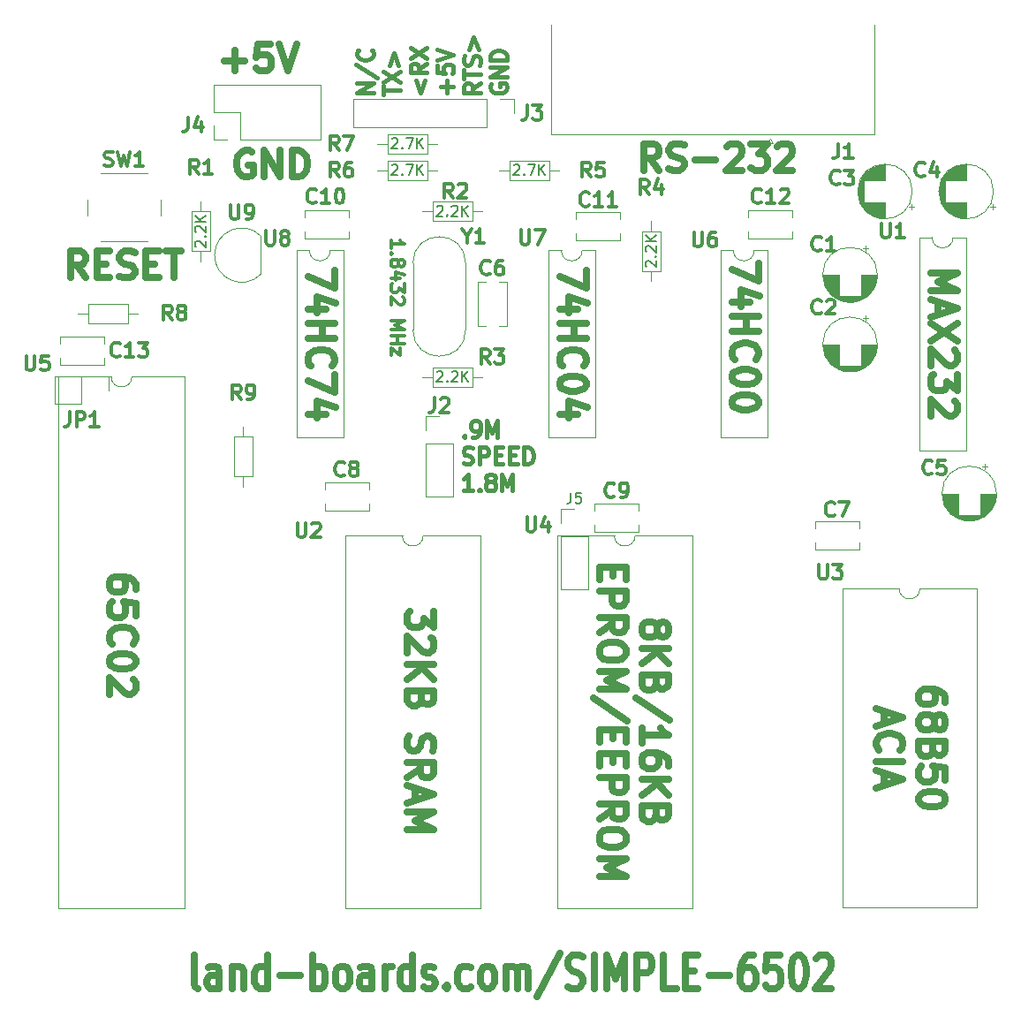
<source format=gto>
G04 #@! TF.GenerationSoftware,KiCad,Pcbnew,(6.0.1)*
G04 #@! TF.CreationDate,2022-09-12T06:01:25-04:00*
G04 #@! TF.ProjectId,SIMPLE-65C02,53494d50-4c45-42d3-9635-4330322e6b69,1*
G04 #@! TF.SameCoordinates,Original*
G04 #@! TF.FileFunction,Legend,Top*
G04 #@! TF.FilePolarity,Positive*
%FSLAX46Y46*%
G04 Gerber Fmt 4.6, Leading zero omitted, Abs format (unit mm)*
G04 Created by KiCad (PCBNEW (6.0.1)) date 2022-09-12 06:01:25*
%MOMM*%
%LPD*%
G01*
G04 APERTURE LIST*
%ADD10C,0.635000*%
%ADD11C,0.381000*%
%ADD12C,0.317500*%
%ADD13C,0.349250*%
%ADD14C,0.150000*%
%ADD15C,0.120000*%
G04 APERTURE END LIST*
D10*
X143630952Y-71029285D02*
X143630952Y-72722619D01*
X141090952Y-71634047D01*
X142784285Y-74778809D02*
X141090952Y-74778809D01*
X143751904Y-74174047D02*
X141937619Y-73569285D01*
X141937619Y-75141666D01*
X141090952Y-76109285D02*
X143630952Y-76109285D01*
X142421428Y-76109285D02*
X142421428Y-77560714D01*
X141090952Y-77560714D02*
X143630952Y-77560714D01*
X141332857Y-80221666D02*
X141211904Y-80100714D01*
X141090952Y-79737857D01*
X141090952Y-79495952D01*
X141211904Y-79133095D01*
X141453809Y-78891190D01*
X141695714Y-78770238D01*
X142179523Y-78649285D01*
X142542380Y-78649285D01*
X143026190Y-78770238D01*
X143268095Y-78891190D01*
X143510000Y-79133095D01*
X143630952Y-79495952D01*
X143630952Y-79737857D01*
X143510000Y-80100714D01*
X143389047Y-80221666D01*
X143630952Y-81794047D02*
X143630952Y-82035952D01*
X143510000Y-82277857D01*
X143389047Y-82398809D01*
X143147142Y-82519761D01*
X142663333Y-82640714D01*
X142058571Y-82640714D01*
X141574761Y-82519761D01*
X141332857Y-82398809D01*
X141211904Y-82277857D01*
X141090952Y-82035952D01*
X141090952Y-81794047D01*
X141211904Y-81552142D01*
X141332857Y-81431190D01*
X141574761Y-81310238D01*
X142058571Y-81189285D01*
X142663333Y-81189285D01*
X143147142Y-81310238D01*
X143389047Y-81431190D01*
X143510000Y-81552142D01*
X143630952Y-81794047D01*
X142784285Y-84817857D02*
X141090952Y-84817857D01*
X143751904Y-84213095D02*
X141937619Y-83608333D01*
X141937619Y-85180714D01*
X106407857Y-139866309D02*
X106165952Y-139715119D01*
X106045000Y-139412738D01*
X106045000Y-136691309D01*
X108464047Y-139866309D02*
X108464047Y-138203214D01*
X108343095Y-137900833D01*
X108101190Y-137749642D01*
X107617380Y-137749642D01*
X107375476Y-137900833D01*
X108464047Y-139715119D02*
X108222142Y-139866309D01*
X107617380Y-139866309D01*
X107375476Y-139715119D01*
X107254523Y-139412738D01*
X107254523Y-139110357D01*
X107375476Y-138807976D01*
X107617380Y-138656785D01*
X108222142Y-138656785D01*
X108464047Y-138505595D01*
X109673571Y-137749642D02*
X109673571Y-139866309D01*
X109673571Y-138052023D02*
X109794523Y-137900833D01*
X110036428Y-137749642D01*
X110399285Y-137749642D01*
X110641190Y-137900833D01*
X110762142Y-138203214D01*
X110762142Y-139866309D01*
X113060238Y-139866309D02*
X113060238Y-136691309D01*
X113060238Y-139715119D02*
X112818333Y-139866309D01*
X112334523Y-139866309D01*
X112092619Y-139715119D01*
X111971666Y-139563928D01*
X111850714Y-139261547D01*
X111850714Y-138354404D01*
X111971666Y-138052023D01*
X112092619Y-137900833D01*
X112334523Y-137749642D01*
X112818333Y-137749642D01*
X113060238Y-137900833D01*
X114269761Y-138656785D02*
X116205000Y-138656785D01*
X117414523Y-139866309D02*
X117414523Y-136691309D01*
X117414523Y-137900833D02*
X117656428Y-137749642D01*
X118140238Y-137749642D01*
X118382142Y-137900833D01*
X118503095Y-138052023D01*
X118624047Y-138354404D01*
X118624047Y-139261547D01*
X118503095Y-139563928D01*
X118382142Y-139715119D01*
X118140238Y-139866309D01*
X117656428Y-139866309D01*
X117414523Y-139715119D01*
X120075476Y-139866309D02*
X119833571Y-139715119D01*
X119712619Y-139563928D01*
X119591666Y-139261547D01*
X119591666Y-138354404D01*
X119712619Y-138052023D01*
X119833571Y-137900833D01*
X120075476Y-137749642D01*
X120438333Y-137749642D01*
X120680238Y-137900833D01*
X120801190Y-138052023D01*
X120922142Y-138354404D01*
X120922142Y-139261547D01*
X120801190Y-139563928D01*
X120680238Y-139715119D01*
X120438333Y-139866309D01*
X120075476Y-139866309D01*
X123099285Y-139866309D02*
X123099285Y-138203214D01*
X122978333Y-137900833D01*
X122736428Y-137749642D01*
X122252619Y-137749642D01*
X122010714Y-137900833D01*
X123099285Y-139715119D02*
X122857380Y-139866309D01*
X122252619Y-139866309D01*
X122010714Y-139715119D01*
X121889761Y-139412738D01*
X121889761Y-139110357D01*
X122010714Y-138807976D01*
X122252619Y-138656785D01*
X122857380Y-138656785D01*
X123099285Y-138505595D01*
X124308809Y-139866309D02*
X124308809Y-137749642D01*
X124308809Y-138354404D02*
X124429761Y-138052023D01*
X124550714Y-137900833D01*
X124792619Y-137749642D01*
X125034523Y-137749642D01*
X126969761Y-139866309D02*
X126969761Y-136691309D01*
X126969761Y-139715119D02*
X126727857Y-139866309D01*
X126244047Y-139866309D01*
X126002142Y-139715119D01*
X125881190Y-139563928D01*
X125760238Y-139261547D01*
X125760238Y-138354404D01*
X125881190Y-138052023D01*
X126002142Y-137900833D01*
X126244047Y-137749642D01*
X126727857Y-137749642D01*
X126969761Y-137900833D01*
X128058333Y-139715119D02*
X128300238Y-139866309D01*
X128784047Y-139866309D01*
X129025952Y-139715119D01*
X129146904Y-139412738D01*
X129146904Y-139261547D01*
X129025952Y-138959166D01*
X128784047Y-138807976D01*
X128421190Y-138807976D01*
X128179285Y-138656785D01*
X128058333Y-138354404D01*
X128058333Y-138203214D01*
X128179285Y-137900833D01*
X128421190Y-137749642D01*
X128784047Y-137749642D01*
X129025952Y-137900833D01*
X130235476Y-139563928D02*
X130356428Y-139715119D01*
X130235476Y-139866309D01*
X130114523Y-139715119D01*
X130235476Y-139563928D01*
X130235476Y-139866309D01*
X132533571Y-139715119D02*
X132291666Y-139866309D01*
X131807857Y-139866309D01*
X131565952Y-139715119D01*
X131445000Y-139563928D01*
X131324047Y-139261547D01*
X131324047Y-138354404D01*
X131445000Y-138052023D01*
X131565952Y-137900833D01*
X131807857Y-137749642D01*
X132291666Y-137749642D01*
X132533571Y-137900833D01*
X133985000Y-139866309D02*
X133743095Y-139715119D01*
X133622142Y-139563928D01*
X133501190Y-139261547D01*
X133501190Y-138354404D01*
X133622142Y-138052023D01*
X133743095Y-137900833D01*
X133985000Y-137749642D01*
X134347857Y-137749642D01*
X134589761Y-137900833D01*
X134710714Y-138052023D01*
X134831666Y-138354404D01*
X134831666Y-139261547D01*
X134710714Y-139563928D01*
X134589761Y-139715119D01*
X134347857Y-139866309D01*
X133985000Y-139866309D01*
X135920238Y-139866309D02*
X135920238Y-137749642D01*
X135920238Y-138052023D02*
X136041190Y-137900833D01*
X136283095Y-137749642D01*
X136645952Y-137749642D01*
X136887857Y-137900833D01*
X137008809Y-138203214D01*
X137008809Y-139866309D01*
X137008809Y-138203214D02*
X137129761Y-137900833D01*
X137371666Y-137749642D01*
X137734523Y-137749642D01*
X137976428Y-137900833D01*
X138097380Y-138203214D01*
X138097380Y-139866309D01*
X141121190Y-136540119D02*
X138944047Y-140622261D01*
X141846904Y-139715119D02*
X142209761Y-139866309D01*
X142814523Y-139866309D01*
X143056428Y-139715119D01*
X143177380Y-139563928D01*
X143298333Y-139261547D01*
X143298333Y-138959166D01*
X143177380Y-138656785D01*
X143056428Y-138505595D01*
X142814523Y-138354404D01*
X142330714Y-138203214D01*
X142088809Y-138052023D01*
X141967857Y-137900833D01*
X141846904Y-137598452D01*
X141846904Y-137296071D01*
X141967857Y-136993690D01*
X142088809Y-136842500D01*
X142330714Y-136691309D01*
X142935476Y-136691309D01*
X143298333Y-136842500D01*
X144386904Y-139866309D02*
X144386904Y-136691309D01*
X145596428Y-139866309D02*
X145596428Y-136691309D01*
X146443095Y-138959166D01*
X147289761Y-136691309D01*
X147289761Y-139866309D01*
X148499285Y-139866309D02*
X148499285Y-136691309D01*
X149466904Y-136691309D01*
X149708809Y-136842500D01*
X149829761Y-136993690D01*
X149950714Y-137296071D01*
X149950714Y-137749642D01*
X149829761Y-138052023D01*
X149708809Y-138203214D01*
X149466904Y-138354404D01*
X148499285Y-138354404D01*
X152248809Y-139866309D02*
X151039285Y-139866309D01*
X151039285Y-136691309D01*
X153095476Y-138203214D02*
X153942142Y-138203214D01*
X154305000Y-139866309D02*
X153095476Y-139866309D01*
X153095476Y-136691309D01*
X154305000Y-136691309D01*
X155393571Y-138656785D02*
X157328809Y-138656785D01*
X159626904Y-136691309D02*
X159143095Y-136691309D01*
X158901190Y-136842500D01*
X158780238Y-136993690D01*
X158538333Y-137447261D01*
X158417380Y-138052023D01*
X158417380Y-139261547D01*
X158538333Y-139563928D01*
X158659285Y-139715119D01*
X158901190Y-139866309D01*
X159385000Y-139866309D01*
X159626904Y-139715119D01*
X159747857Y-139563928D01*
X159868809Y-139261547D01*
X159868809Y-138505595D01*
X159747857Y-138203214D01*
X159626904Y-138052023D01*
X159385000Y-137900833D01*
X158901190Y-137900833D01*
X158659285Y-138052023D01*
X158538333Y-138203214D01*
X158417380Y-138505595D01*
X162166904Y-136691309D02*
X160957380Y-136691309D01*
X160836428Y-138203214D01*
X160957380Y-138052023D01*
X161199285Y-137900833D01*
X161804047Y-137900833D01*
X162045952Y-138052023D01*
X162166904Y-138203214D01*
X162287857Y-138505595D01*
X162287857Y-139261547D01*
X162166904Y-139563928D01*
X162045952Y-139715119D01*
X161804047Y-139866309D01*
X161199285Y-139866309D01*
X160957380Y-139715119D01*
X160836428Y-139563928D01*
X163860238Y-136691309D02*
X164102142Y-136691309D01*
X164344047Y-136842500D01*
X164465000Y-136993690D01*
X164585952Y-137296071D01*
X164706904Y-137900833D01*
X164706904Y-138656785D01*
X164585952Y-139261547D01*
X164465000Y-139563928D01*
X164344047Y-139715119D01*
X164102142Y-139866309D01*
X163860238Y-139866309D01*
X163618333Y-139715119D01*
X163497380Y-139563928D01*
X163376428Y-139261547D01*
X163255476Y-138656785D01*
X163255476Y-137900833D01*
X163376428Y-137296071D01*
X163497380Y-136993690D01*
X163618333Y-136842500D01*
X163860238Y-136691309D01*
X165674523Y-136993690D02*
X165795476Y-136842500D01*
X166037380Y-136691309D01*
X166642142Y-136691309D01*
X166884047Y-136842500D01*
X167005000Y-136993690D01*
X167125952Y-137296071D01*
X167125952Y-137598452D01*
X167005000Y-138052023D01*
X165553571Y-139866309D01*
X167125952Y-139866309D01*
X119500952Y-71029285D02*
X119500952Y-72722619D01*
X116960952Y-71634047D01*
X118654285Y-74778809D02*
X116960952Y-74778809D01*
X119621904Y-74174047D02*
X117807619Y-73569285D01*
X117807619Y-75141666D01*
X116960952Y-76109285D02*
X119500952Y-76109285D01*
X118291428Y-76109285D02*
X118291428Y-77560714D01*
X116960952Y-77560714D02*
X119500952Y-77560714D01*
X117202857Y-80221666D02*
X117081904Y-80100714D01*
X116960952Y-79737857D01*
X116960952Y-79495952D01*
X117081904Y-79133095D01*
X117323809Y-78891190D01*
X117565714Y-78770238D01*
X118049523Y-78649285D01*
X118412380Y-78649285D01*
X118896190Y-78770238D01*
X119138095Y-78891190D01*
X119380000Y-79133095D01*
X119500952Y-79495952D01*
X119500952Y-79737857D01*
X119380000Y-80100714D01*
X119259047Y-80221666D01*
X119500952Y-81068333D02*
X119500952Y-82761666D01*
X116960952Y-81673095D01*
X118654285Y-84817857D02*
X116960952Y-84817857D01*
X119621904Y-84213095D02*
X117807619Y-83608333D01*
X117807619Y-85180714D01*
X129025952Y-103716666D02*
X129025952Y-105289047D01*
X128058333Y-104442380D01*
X128058333Y-104805238D01*
X127937380Y-105047142D01*
X127816428Y-105168095D01*
X127574523Y-105289047D01*
X126969761Y-105289047D01*
X126727857Y-105168095D01*
X126606904Y-105047142D01*
X126485952Y-104805238D01*
X126485952Y-104079523D01*
X126606904Y-103837619D01*
X126727857Y-103716666D01*
X128784047Y-106256666D02*
X128905000Y-106377619D01*
X129025952Y-106619523D01*
X129025952Y-107224285D01*
X128905000Y-107466190D01*
X128784047Y-107587142D01*
X128542142Y-107708095D01*
X128300238Y-107708095D01*
X127937380Y-107587142D01*
X126485952Y-106135714D01*
X126485952Y-107708095D01*
X126485952Y-108796666D02*
X129025952Y-108796666D01*
X126485952Y-110248095D02*
X127937380Y-109159523D01*
X129025952Y-110248095D02*
X127574523Y-108796666D01*
X127816428Y-112183333D02*
X127695476Y-112546190D01*
X127574523Y-112667142D01*
X127332619Y-112788095D01*
X126969761Y-112788095D01*
X126727857Y-112667142D01*
X126606904Y-112546190D01*
X126485952Y-112304285D01*
X126485952Y-111336666D01*
X129025952Y-111336666D01*
X129025952Y-112183333D01*
X128905000Y-112425238D01*
X128784047Y-112546190D01*
X128542142Y-112667142D01*
X128300238Y-112667142D01*
X128058333Y-112546190D01*
X127937380Y-112425238D01*
X127816428Y-112183333D01*
X127816428Y-111336666D01*
X126606904Y-115690952D02*
X126485952Y-116053809D01*
X126485952Y-116658571D01*
X126606904Y-116900476D01*
X126727857Y-117021428D01*
X126969761Y-117142380D01*
X127211666Y-117142380D01*
X127453571Y-117021428D01*
X127574523Y-116900476D01*
X127695476Y-116658571D01*
X127816428Y-116174761D01*
X127937380Y-115932857D01*
X128058333Y-115811904D01*
X128300238Y-115690952D01*
X128542142Y-115690952D01*
X128784047Y-115811904D01*
X128905000Y-115932857D01*
X129025952Y-116174761D01*
X129025952Y-116779523D01*
X128905000Y-117142380D01*
X126485952Y-119682380D02*
X127695476Y-118835714D01*
X126485952Y-118230952D02*
X129025952Y-118230952D01*
X129025952Y-119198571D01*
X128905000Y-119440476D01*
X128784047Y-119561428D01*
X128542142Y-119682380D01*
X128179285Y-119682380D01*
X127937380Y-119561428D01*
X127816428Y-119440476D01*
X127695476Y-119198571D01*
X127695476Y-118230952D01*
X127211666Y-120650000D02*
X127211666Y-121859523D01*
X126485952Y-120408095D02*
X129025952Y-121254761D01*
X126485952Y-122101428D01*
X126485952Y-122948095D02*
X129025952Y-122948095D01*
X127211666Y-123794761D01*
X129025952Y-124641428D01*
X126485952Y-124641428D01*
D11*
X131928507Y-86911089D02*
X132001078Y-86986684D01*
X131928507Y-87062279D01*
X131855935Y-86986684D01*
X131928507Y-86911089D01*
X131928507Y-87062279D01*
X132726792Y-87062279D02*
X133017078Y-87062279D01*
X133162221Y-86986684D01*
X133234792Y-86911089D01*
X133379935Y-86684303D01*
X133452507Y-86381922D01*
X133452507Y-85777160D01*
X133379935Y-85625970D01*
X133307364Y-85550375D01*
X133162221Y-85474779D01*
X132871935Y-85474779D01*
X132726792Y-85550375D01*
X132654221Y-85625970D01*
X132581650Y-85777160D01*
X132581650Y-86155136D01*
X132654221Y-86306327D01*
X132726792Y-86381922D01*
X132871935Y-86457517D01*
X133162221Y-86457517D01*
X133307364Y-86381922D01*
X133379935Y-86306327D01*
X133452507Y-86155136D01*
X134105650Y-87062279D02*
X134105650Y-85474779D01*
X134613650Y-86608708D01*
X135121650Y-85474779D01*
X135121650Y-87062279D01*
X131855935Y-89542559D02*
X132073650Y-89618154D01*
X132436507Y-89618154D01*
X132581650Y-89542559D01*
X132654221Y-89466964D01*
X132726792Y-89315773D01*
X132726792Y-89164583D01*
X132654221Y-89013392D01*
X132581650Y-88937797D01*
X132436507Y-88862202D01*
X132146221Y-88786607D01*
X132001078Y-88711011D01*
X131928507Y-88635416D01*
X131855935Y-88484226D01*
X131855935Y-88333035D01*
X131928507Y-88181845D01*
X132001078Y-88106250D01*
X132146221Y-88030654D01*
X132509078Y-88030654D01*
X132726792Y-88106250D01*
X133379935Y-89618154D02*
X133379935Y-88030654D01*
X133960507Y-88030654D01*
X134105650Y-88106250D01*
X134178221Y-88181845D01*
X134250792Y-88333035D01*
X134250792Y-88559821D01*
X134178221Y-88711011D01*
X134105650Y-88786607D01*
X133960507Y-88862202D01*
X133379935Y-88862202D01*
X134903935Y-88786607D02*
X135411935Y-88786607D01*
X135629650Y-89618154D02*
X134903935Y-89618154D01*
X134903935Y-88030654D01*
X135629650Y-88030654D01*
X136282792Y-88786607D02*
X136790792Y-88786607D01*
X137008507Y-89618154D02*
X136282792Y-89618154D01*
X136282792Y-88030654D01*
X137008507Y-88030654D01*
X137661650Y-89618154D02*
X137661650Y-88030654D01*
X138024507Y-88030654D01*
X138242221Y-88106250D01*
X138387364Y-88257440D01*
X138459935Y-88408630D01*
X138532507Y-88711011D01*
X138532507Y-88937797D01*
X138459935Y-89240178D01*
X138387364Y-89391369D01*
X138242221Y-89542559D01*
X138024507Y-89618154D01*
X137661650Y-89618154D01*
X132726792Y-92174029D02*
X131855935Y-92174029D01*
X132291364Y-92174029D02*
X132291364Y-90586529D01*
X132146221Y-90813315D01*
X132001078Y-90964505D01*
X131855935Y-91040101D01*
X133379935Y-92022839D02*
X133452507Y-92098434D01*
X133379935Y-92174029D01*
X133307364Y-92098434D01*
X133379935Y-92022839D01*
X133379935Y-92174029D01*
X134323364Y-91266886D02*
X134178221Y-91191291D01*
X134105650Y-91115696D01*
X134033078Y-90964505D01*
X134033078Y-90888910D01*
X134105650Y-90737720D01*
X134178221Y-90662125D01*
X134323364Y-90586529D01*
X134613650Y-90586529D01*
X134758792Y-90662125D01*
X134831364Y-90737720D01*
X134903935Y-90888910D01*
X134903935Y-90964505D01*
X134831364Y-91115696D01*
X134758792Y-91191291D01*
X134613650Y-91266886D01*
X134323364Y-91266886D01*
X134178221Y-91342482D01*
X134105650Y-91418077D01*
X134033078Y-91569267D01*
X134033078Y-91871648D01*
X134105650Y-92022839D01*
X134178221Y-92098434D01*
X134323364Y-92174029D01*
X134613650Y-92174029D01*
X134758792Y-92098434D01*
X134831364Y-92022839D01*
X134903935Y-91871648D01*
X134903935Y-91569267D01*
X134831364Y-91418077D01*
X134758792Y-91342482D01*
X134613650Y-91266886D01*
X135557078Y-92174029D02*
X135557078Y-90586529D01*
X136065078Y-91720458D01*
X136573078Y-90586529D01*
X136573078Y-92174029D01*
D12*
X124901476Y-68912619D02*
X124901476Y-68186904D01*
X124901476Y-68549761D02*
X126171476Y-68549761D01*
X125990047Y-68428809D01*
X125869095Y-68307857D01*
X125808619Y-68186904D01*
X125022428Y-69456904D02*
X124961952Y-69517380D01*
X124901476Y-69456904D01*
X124961952Y-69396428D01*
X125022428Y-69456904D01*
X124901476Y-69456904D01*
X125627190Y-70243095D02*
X125687666Y-70122142D01*
X125748142Y-70061666D01*
X125869095Y-70001190D01*
X125929571Y-70001190D01*
X126050523Y-70061666D01*
X126111000Y-70122142D01*
X126171476Y-70243095D01*
X126171476Y-70485000D01*
X126111000Y-70605952D01*
X126050523Y-70666428D01*
X125929571Y-70726904D01*
X125869095Y-70726904D01*
X125748142Y-70666428D01*
X125687666Y-70605952D01*
X125627190Y-70485000D01*
X125627190Y-70243095D01*
X125566714Y-70122142D01*
X125506238Y-70061666D01*
X125385285Y-70001190D01*
X125143380Y-70001190D01*
X125022428Y-70061666D01*
X124961952Y-70122142D01*
X124901476Y-70243095D01*
X124901476Y-70485000D01*
X124961952Y-70605952D01*
X125022428Y-70666428D01*
X125143380Y-70726904D01*
X125385285Y-70726904D01*
X125506238Y-70666428D01*
X125566714Y-70605952D01*
X125627190Y-70485000D01*
X125748142Y-71815476D02*
X124901476Y-71815476D01*
X126231952Y-71513095D02*
X125324809Y-71210714D01*
X125324809Y-71996904D01*
X126171476Y-72359761D02*
X126171476Y-73145952D01*
X125687666Y-72722619D01*
X125687666Y-72904047D01*
X125627190Y-73025000D01*
X125566714Y-73085476D01*
X125445761Y-73145952D01*
X125143380Y-73145952D01*
X125022428Y-73085476D01*
X124961952Y-73025000D01*
X124901476Y-72904047D01*
X124901476Y-72541190D01*
X124961952Y-72420238D01*
X125022428Y-72359761D01*
X126050523Y-73629761D02*
X126111000Y-73690238D01*
X126171476Y-73811190D01*
X126171476Y-74113571D01*
X126111000Y-74234523D01*
X126050523Y-74295000D01*
X125929571Y-74355476D01*
X125808619Y-74355476D01*
X125627190Y-74295000D01*
X124901476Y-73569285D01*
X124901476Y-74355476D01*
X124901476Y-75867380D02*
X126171476Y-75867380D01*
X125264333Y-76290714D01*
X126171476Y-76714047D01*
X124901476Y-76714047D01*
X124901476Y-77318809D02*
X126171476Y-77318809D01*
X125566714Y-77318809D02*
X125566714Y-78044523D01*
X124901476Y-78044523D02*
X126171476Y-78044523D01*
X125748142Y-78528333D02*
X125748142Y-79193571D01*
X124901476Y-78528333D01*
X124901476Y-79193571D01*
D10*
X150585714Y-61474047D02*
X149739047Y-60264523D01*
X149134285Y-61474047D02*
X149134285Y-58934047D01*
X150101904Y-58934047D01*
X150343809Y-59055000D01*
X150464761Y-59175952D01*
X150585714Y-59417857D01*
X150585714Y-59780714D01*
X150464761Y-60022619D01*
X150343809Y-60143571D01*
X150101904Y-60264523D01*
X149134285Y-60264523D01*
X151553333Y-61353095D02*
X151916190Y-61474047D01*
X152520952Y-61474047D01*
X152762857Y-61353095D01*
X152883809Y-61232142D01*
X153004761Y-60990238D01*
X153004761Y-60748333D01*
X152883809Y-60506428D01*
X152762857Y-60385476D01*
X152520952Y-60264523D01*
X152037142Y-60143571D01*
X151795238Y-60022619D01*
X151674285Y-59901666D01*
X151553333Y-59659761D01*
X151553333Y-59417857D01*
X151674285Y-59175952D01*
X151795238Y-59055000D01*
X152037142Y-58934047D01*
X152641904Y-58934047D01*
X153004761Y-59055000D01*
X154093333Y-60506428D02*
X156028571Y-60506428D01*
X157117142Y-59175952D02*
X157238095Y-59055000D01*
X157480000Y-58934047D01*
X158084761Y-58934047D01*
X158326666Y-59055000D01*
X158447619Y-59175952D01*
X158568571Y-59417857D01*
X158568571Y-59659761D01*
X158447619Y-60022619D01*
X156996190Y-61474047D01*
X158568571Y-61474047D01*
X159415238Y-58934047D02*
X160987619Y-58934047D01*
X160140952Y-59901666D01*
X160503809Y-59901666D01*
X160745714Y-60022619D01*
X160866666Y-60143571D01*
X160987619Y-60385476D01*
X160987619Y-60990238D01*
X160866666Y-61232142D01*
X160745714Y-61353095D01*
X160503809Y-61474047D01*
X159778095Y-61474047D01*
X159536190Y-61353095D01*
X159415238Y-61232142D01*
X161955238Y-59175952D02*
X162076190Y-59055000D01*
X162318095Y-58934047D01*
X162922857Y-58934047D01*
X163164761Y-59055000D01*
X163285714Y-59175952D01*
X163406666Y-59417857D01*
X163406666Y-59659761D01*
X163285714Y-60022619D01*
X161834285Y-61474047D01*
X163406666Y-61474047D01*
X111567988Y-59690000D02*
X111326083Y-59569047D01*
X110963226Y-59569047D01*
X110600369Y-59690000D01*
X110358464Y-59931904D01*
X110237511Y-60173809D01*
X110116559Y-60657619D01*
X110116559Y-61020476D01*
X110237511Y-61504285D01*
X110358464Y-61746190D01*
X110600369Y-61988095D01*
X110963226Y-62109047D01*
X111205130Y-62109047D01*
X111567988Y-61988095D01*
X111688940Y-61867142D01*
X111688940Y-61020476D01*
X111205130Y-61020476D01*
X112777511Y-62109047D02*
X112777511Y-59569047D01*
X114228940Y-62109047D01*
X114228940Y-59569047D01*
X115438464Y-62109047D02*
X115438464Y-59569047D01*
X116043226Y-59569047D01*
X116406083Y-59690000D01*
X116647988Y-59931904D01*
X116768940Y-60173809D01*
X116889892Y-60657619D01*
X116889892Y-61020476D01*
X116768940Y-61504285D01*
X116647988Y-61746190D01*
X116406083Y-61988095D01*
X116043226Y-62109047D01*
X115438464Y-62109047D01*
X150429080Y-105228571D02*
X150550033Y-104986666D01*
X150670985Y-104865714D01*
X150912890Y-104744761D01*
X151033842Y-104744761D01*
X151275747Y-104865714D01*
X151396700Y-104986666D01*
X151517652Y-105228571D01*
X151517652Y-105712380D01*
X151396700Y-105954285D01*
X151275747Y-106075238D01*
X151033842Y-106196190D01*
X150912890Y-106196190D01*
X150670985Y-106075238D01*
X150550033Y-105954285D01*
X150429080Y-105712380D01*
X150429080Y-105228571D01*
X150308128Y-104986666D01*
X150187176Y-104865714D01*
X149945271Y-104744761D01*
X149461461Y-104744761D01*
X149219557Y-104865714D01*
X149098604Y-104986666D01*
X148977652Y-105228571D01*
X148977652Y-105712380D01*
X149098604Y-105954285D01*
X149219557Y-106075238D01*
X149461461Y-106196190D01*
X149945271Y-106196190D01*
X150187176Y-106075238D01*
X150308128Y-105954285D01*
X150429080Y-105712380D01*
X148977652Y-107284761D02*
X151517652Y-107284761D01*
X148977652Y-108736190D02*
X150429080Y-107647619D01*
X151517652Y-108736190D02*
X150066223Y-107284761D01*
X150308128Y-110671428D02*
X150187176Y-111034285D01*
X150066223Y-111155238D01*
X149824319Y-111276190D01*
X149461461Y-111276190D01*
X149219557Y-111155238D01*
X149098604Y-111034285D01*
X148977652Y-110792380D01*
X148977652Y-109824761D01*
X151517652Y-109824761D01*
X151517652Y-110671428D01*
X151396700Y-110913333D01*
X151275747Y-111034285D01*
X151033842Y-111155238D01*
X150791938Y-111155238D01*
X150550033Y-111034285D01*
X150429080Y-110913333D01*
X150308128Y-110671428D01*
X150308128Y-109824761D01*
X151638604Y-114179047D02*
X148372890Y-112001904D01*
X148977652Y-116356190D02*
X148977652Y-114904761D01*
X148977652Y-115630476D02*
X151517652Y-115630476D01*
X151154795Y-115388571D01*
X150912890Y-115146666D01*
X150791938Y-114904761D01*
X151517652Y-118533333D02*
X151517652Y-118049523D01*
X151396700Y-117807619D01*
X151275747Y-117686666D01*
X150912890Y-117444761D01*
X150429080Y-117323809D01*
X149461461Y-117323809D01*
X149219557Y-117444761D01*
X149098604Y-117565714D01*
X148977652Y-117807619D01*
X148977652Y-118291428D01*
X149098604Y-118533333D01*
X149219557Y-118654285D01*
X149461461Y-118775238D01*
X150066223Y-118775238D01*
X150308128Y-118654285D01*
X150429080Y-118533333D01*
X150550033Y-118291428D01*
X150550033Y-117807619D01*
X150429080Y-117565714D01*
X150308128Y-117444761D01*
X150066223Y-117323809D01*
X148977652Y-119863809D02*
X151517652Y-119863809D01*
X148977652Y-121315238D02*
X150429080Y-120226666D01*
X151517652Y-121315238D02*
X150066223Y-119863809D01*
X150308128Y-123250476D02*
X150187176Y-123613333D01*
X150066223Y-123734285D01*
X149824319Y-123855238D01*
X149461461Y-123855238D01*
X149219557Y-123734285D01*
X149098604Y-123613333D01*
X148977652Y-123371428D01*
X148977652Y-122403809D01*
X151517652Y-122403809D01*
X151517652Y-123250476D01*
X151396700Y-123492380D01*
X151275747Y-123613333D01*
X151033842Y-123734285D01*
X150791938Y-123734285D01*
X150550033Y-123613333D01*
X150429080Y-123492380D01*
X150308128Y-123250476D01*
X150308128Y-122403809D01*
X146218728Y-99483333D02*
X146218728Y-100330000D01*
X144888252Y-100692857D02*
X144888252Y-99483333D01*
X147428252Y-99483333D01*
X147428252Y-100692857D01*
X144888252Y-101781428D02*
X147428252Y-101781428D01*
X147428252Y-102749047D01*
X147307300Y-102990952D01*
X147186347Y-103111904D01*
X146944442Y-103232857D01*
X146581585Y-103232857D01*
X146339680Y-103111904D01*
X146218728Y-102990952D01*
X146097776Y-102749047D01*
X146097776Y-101781428D01*
X144888252Y-105772857D02*
X146097776Y-104926190D01*
X144888252Y-104321428D02*
X147428252Y-104321428D01*
X147428252Y-105289047D01*
X147307300Y-105530952D01*
X147186347Y-105651904D01*
X146944442Y-105772857D01*
X146581585Y-105772857D01*
X146339680Y-105651904D01*
X146218728Y-105530952D01*
X146097776Y-105289047D01*
X146097776Y-104321428D01*
X147428252Y-107345238D02*
X147428252Y-107829047D01*
X147307300Y-108070952D01*
X147065395Y-108312857D01*
X146581585Y-108433809D01*
X145734919Y-108433809D01*
X145251109Y-108312857D01*
X145009204Y-108070952D01*
X144888252Y-107829047D01*
X144888252Y-107345238D01*
X145009204Y-107103333D01*
X145251109Y-106861428D01*
X145734919Y-106740476D01*
X146581585Y-106740476D01*
X147065395Y-106861428D01*
X147307300Y-107103333D01*
X147428252Y-107345238D01*
X144888252Y-109522380D02*
X147428252Y-109522380D01*
X145613966Y-110369047D01*
X147428252Y-111215714D01*
X144888252Y-111215714D01*
X147549204Y-114239523D02*
X144283490Y-112062380D01*
X146218728Y-115086190D02*
X146218728Y-115932857D01*
X144888252Y-116295714D02*
X144888252Y-115086190D01*
X147428252Y-115086190D01*
X147428252Y-116295714D01*
X146218728Y-117384285D02*
X146218728Y-118230952D01*
X144888252Y-118593809D02*
X144888252Y-117384285D01*
X147428252Y-117384285D01*
X147428252Y-118593809D01*
X144888252Y-119682380D02*
X147428252Y-119682380D01*
X147428252Y-120650000D01*
X147307300Y-120891904D01*
X147186347Y-121012857D01*
X146944442Y-121133809D01*
X146581585Y-121133809D01*
X146339680Y-121012857D01*
X146218728Y-120891904D01*
X146097776Y-120650000D01*
X146097776Y-119682380D01*
X144888252Y-123673809D02*
X146097776Y-122827142D01*
X144888252Y-122222380D02*
X147428252Y-122222380D01*
X147428252Y-123190000D01*
X147307300Y-123431904D01*
X147186347Y-123552857D01*
X146944442Y-123673809D01*
X146581585Y-123673809D01*
X146339680Y-123552857D01*
X146218728Y-123431904D01*
X146097776Y-123190000D01*
X146097776Y-122222380D01*
X147428252Y-125246190D02*
X147428252Y-125730000D01*
X147307300Y-125971904D01*
X147065395Y-126213809D01*
X146581585Y-126334761D01*
X145734919Y-126334761D01*
X145251109Y-126213809D01*
X145009204Y-125971904D01*
X144888252Y-125730000D01*
X144888252Y-125246190D01*
X145009204Y-125004285D01*
X145251109Y-124762380D01*
X145734919Y-124641428D01*
X146581585Y-124641428D01*
X147065395Y-124762380D01*
X147307300Y-125004285D01*
X147428252Y-125246190D01*
X144888252Y-127423333D02*
X147428252Y-127423333D01*
X145613966Y-128270000D01*
X147428252Y-129116666D01*
X144888252Y-129116666D01*
X176650952Y-71331666D02*
X179190952Y-71331666D01*
X177376666Y-72178333D01*
X179190952Y-73025000D01*
X176650952Y-73025000D01*
X177376666Y-74113571D02*
X177376666Y-75323095D01*
X176650952Y-73871666D02*
X179190952Y-74718333D01*
X176650952Y-75565000D01*
X179190952Y-76169761D02*
X176650952Y-77863095D01*
X179190952Y-77863095D02*
X176650952Y-76169761D01*
X178949047Y-78709761D02*
X179070000Y-78830714D01*
X179190952Y-79072619D01*
X179190952Y-79677380D01*
X179070000Y-79919285D01*
X178949047Y-80040238D01*
X178707142Y-80161190D01*
X178465238Y-80161190D01*
X178102380Y-80040238D01*
X176650952Y-78588809D01*
X176650952Y-80161190D01*
X179190952Y-81007857D02*
X179190952Y-82580238D01*
X178223333Y-81733571D01*
X178223333Y-82096428D01*
X178102380Y-82338333D01*
X177981428Y-82459285D01*
X177739523Y-82580238D01*
X177134761Y-82580238D01*
X176892857Y-82459285D01*
X176771904Y-82338333D01*
X176650952Y-82096428D01*
X176650952Y-81370714D01*
X176771904Y-81128809D01*
X176892857Y-81007857D01*
X178949047Y-83547857D02*
X179070000Y-83668809D01*
X179190952Y-83910714D01*
X179190952Y-84515476D01*
X179070000Y-84757380D01*
X178949047Y-84878333D01*
X178707142Y-84999285D01*
X178465238Y-84999285D01*
X178102380Y-84878333D01*
X176650952Y-83426904D01*
X176650952Y-84999285D01*
X108967511Y-50981428D02*
X110902750Y-50981428D01*
X109935130Y-51949047D02*
X109935130Y-50013809D01*
X113321797Y-49409047D02*
X112112273Y-49409047D01*
X111991321Y-50618571D01*
X112112273Y-50497619D01*
X112354178Y-50376666D01*
X112958940Y-50376666D01*
X113200845Y-50497619D01*
X113321797Y-50618571D01*
X113442750Y-50860476D01*
X113442750Y-51465238D01*
X113321797Y-51707142D01*
X113200845Y-51828095D01*
X112958940Y-51949047D01*
X112354178Y-51949047D01*
X112112273Y-51828095D01*
X111991321Y-51707142D01*
X114168464Y-49409047D02*
X115015130Y-51949047D01*
X115861797Y-49409047D01*
X178060652Y-112425238D02*
X178060652Y-111941428D01*
X177939700Y-111699523D01*
X177818747Y-111578571D01*
X177455890Y-111336666D01*
X176972080Y-111215714D01*
X176004461Y-111215714D01*
X175762557Y-111336666D01*
X175641604Y-111457619D01*
X175520652Y-111699523D01*
X175520652Y-112183333D01*
X175641604Y-112425238D01*
X175762557Y-112546190D01*
X176004461Y-112667142D01*
X176609223Y-112667142D01*
X176851128Y-112546190D01*
X176972080Y-112425238D01*
X177093033Y-112183333D01*
X177093033Y-111699523D01*
X176972080Y-111457619D01*
X176851128Y-111336666D01*
X176609223Y-111215714D01*
X176972080Y-114118571D02*
X177093033Y-113876666D01*
X177213985Y-113755714D01*
X177455890Y-113634761D01*
X177576842Y-113634761D01*
X177818747Y-113755714D01*
X177939700Y-113876666D01*
X178060652Y-114118571D01*
X178060652Y-114602380D01*
X177939700Y-114844285D01*
X177818747Y-114965238D01*
X177576842Y-115086190D01*
X177455890Y-115086190D01*
X177213985Y-114965238D01*
X177093033Y-114844285D01*
X176972080Y-114602380D01*
X176972080Y-114118571D01*
X176851128Y-113876666D01*
X176730176Y-113755714D01*
X176488271Y-113634761D01*
X176004461Y-113634761D01*
X175762557Y-113755714D01*
X175641604Y-113876666D01*
X175520652Y-114118571D01*
X175520652Y-114602380D01*
X175641604Y-114844285D01*
X175762557Y-114965238D01*
X176004461Y-115086190D01*
X176488271Y-115086190D01*
X176730176Y-114965238D01*
X176851128Y-114844285D01*
X176972080Y-114602380D01*
X176851128Y-117021428D02*
X176730176Y-117384285D01*
X176609223Y-117505238D01*
X176367319Y-117626190D01*
X176004461Y-117626190D01*
X175762557Y-117505238D01*
X175641604Y-117384285D01*
X175520652Y-117142380D01*
X175520652Y-116174761D01*
X178060652Y-116174761D01*
X178060652Y-117021428D01*
X177939700Y-117263333D01*
X177818747Y-117384285D01*
X177576842Y-117505238D01*
X177334938Y-117505238D01*
X177093033Y-117384285D01*
X176972080Y-117263333D01*
X176851128Y-117021428D01*
X176851128Y-116174761D01*
X178060652Y-119924285D02*
X178060652Y-118714761D01*
X176851128Y-118593809D01*
X176972080Y-118714761D01*
X177093033Y-118956666D01*
X177093033Y-119561428D01*
X176972080Y-119803333D01*
X176851128Y-119924285D01*
X176609223Y-120045238D01*
X176004461Y-120045238D01*
X175762557Y-119924285D01*
X175641604Y-119803333D01*
X175520652Y-119561428D01*
X175520652Y-118956666D01*
X175641604Y-118714761D01*
X175762557Y-118593809D01*
X178060652Y-121617619D02*
X178060652Y-121859523D01*
X177939700Y-122101428D01*
X177818747Y-122222380D01*
X177576842Y-122343333D01*
X177093033Y-122464285D01*
X176488271Y-122464285D01*
X176004461Y-122343333D01*
X175762557Y-122222380D01*
X175641604Y-122101428D01*
X175520652Y-121859523D01*
X175520652Y-121617619D01*
X175641604Y-121375714D01*
X175762557Y-121254761D01*
X176004461Y-121133809D01*
X176488271Y-121012857D01*
X177093033Y-121012857D01*
X177576842Y-121133809D01*
X177818747Y-121254761D01*
X177939700Y-121375714D01*
X178060652Y-121617619D01*
X172156966Y-113271904D02*
X172156966Y-114481428D01*
X171431252Y-113030000D02*
X173971252Y-113876666D01*
X171431252Y-114723333D01*
X171673157Y-117021428D02*
X171552204Y-116900476D01*
X171431252Y-116537619D01*
X171431252Y-116295714D01*
X171552204Y-115932857D01*
X171794109Y-115690952D01*
X172036014Y-115570000D01*
X172519823Y-115449047D01*
X172882680Y-115449047D01*
X173366490Y-115570000D01*
X173608395Y-115690952D01*
X173850300Y-115932857D01*
X173971252Y-116295714D01*
X173971252Y-116537619D01*
X173850300Y-116900476D01*
X173729347Y-117021428D01*
X171431252Y-118110000D02*
X173971252Y-118110000D01*
X172156966Y-119198571D02*
X172156966Y-120408095D01*
X171431252Y-118956666D02*
X173971252Y-119803333D01*
X171431252Y-120650000D01*
X100450952Y-101630238D02*
X100450952Y-101146428D01*
X100330000Y-100904523D01*
X100209047Y-100783571D01*
X99846190Y-100541666D01*
X99362380Y-100420714D01*
X98394761Y-100420714D01*
X98152857Y-100541666D01*
X98031904Y-100662619D01*
X97910952Y-100904523D01*
X97910952Y-101388333D01*
X98031904Y-101630238D01*
X98152857Y-101751190D01*
X98394761Y-101872142D01*
X98999523Y-101872142D01*
X99241428Y-101751190D01*
X99362380Y-101630238D01*
X99483333Y-101388333D01*
X99483333Y-100904523D01*
X99362380Y-100662619D01*
X99241428Y-100541666D01*
X98999523Y-100420714D01*
X100450952Y-104170238D02*
X100450952Y-102960714D01*
X99241428Y-102839761D01*
X99362380Y-102960714D01*
X99483333Y-103202619D01*
X99483333Y-103807380D01*
X99362380Y-104049285D01*
X99241428Y-104170238D01*
X98999523Y-104291190D01*
X98394761Y-104291190D01*
X98152857Y-104170238D01*
X98031904Y-104049285D01*
X97910952Y-103807380D01*
X97910952Y-103202619D01*
X98031904Y-102960714D01*
X98152857Y-102839761D01*
X98152857Y-106831190D02*
X98031904Y-106710238D01*
X97910952Y-106347380D01*
X97910952Y-106105476D01*
X98031904Y-105742619D01*
X98273809Y-105500714D01*
X98515714Y-105379761D01*
X98999523Y-105258809D01*
X99362380Y-105258809D01*
X99846190Y-105379761D01*
X100088095Y-105500714D01*
X100330000Y-105742619D01*
X100450952Y-106105476D01*
X100450952Y-106347380D01*
X100330000Y-106710238D01*
X100209047Y-106831190D01*
X100450952Y-108403571D02*
X100450952Y-108645476D01*
X100330000Y-108887380D01*
X100209047Y-109008333D01*
X99967142Y-109129285D01*
X99483333Y-109250238D01*
X98878571Y-109250238D01*
X98394761Y-109129285D01*
X98152857Y-109008333D01*
X98031904Y-108887380D01*
X97910952Y-108645476D01*
X97910952Y-108403571D01*
X98031904Y-108161666D01*
X98152857Y-108040714D01*
X98394761Y-107919761D01*
X98878571Y-107798809D01*
X99483333Y-107798809D01*
X99967142Y-107919761D01*
X100209047Y-108040714D01*
X100330000Y-108161666D01*
X100450952Y-108403571D01*
X100209047Y-110217857D02*
X100330000Y-110338809D01*
X100450952Y-110580714D01*
X100450952Y-111185476D01*
X100330000Y-111427380D01*
X100209047Y-111548333D01*
X99967142Y-111669285D01*
X99725238Y-111669285D01*
X99362380Y-111548333D01*
X97910952Y-110096904D01*
X97910952Y-111669285D01*
D11*
X123233467Y-53999492D02*
X121645967Y-53999492D01*
X123233467Y-53128635D01*
X121645967Y-53128635D01*
X121570372Y-51314350D02*
X123611443Y-52620635D01*
X123082277Y-49935492D02*
X123157872Y-50008064D01*
X123233467Y-50225778D01*
X123233467Y-50370921D01*
X123157872Y-50588635D01*
X123006682Y-50733778D01*
X122855491Y-50806350D01*
X122553110Y-50878921D01*
X122326324Y-50878921D01*
X122023943Y-50806350D01*
X121872753Y-50733778D01*
X121721563Y-50588635D01*
X121645967Y-50370921D01*
X121645967Y-50225778D01*
X121721563Y-50008064D01*
X121797158Y-49935492D01*
X124201842Y-54217207D02*
X124201842Y-53346350D01*
X125789342Y-53781778D02*
X124201842Y-53781778D01*
X124201842Y-52983492D02*
X125789342Y-51967492D01*
X124201842Y-51967492D02*
X125789342Y-52983492D01*
X124731009Y-51386921D02*
X125184580Y-50225778D01*
X125638152Y-51386921D01*
X127286884Y-52838350D02*
X127740455Y-53999492D01*
X128194027Y-52838350D01*
X128345217Y-51241778D02*
X127589265Y-51749778D01*
X128345217Y-52112635D02*
X126757717Y-52112635D01*
X126757717Y-51532064D01*
X126833313Y-51386921D01*
X126908908Y-51314350D01*
X127060098Y-51241778D01*
X127286884Y-51241778D01*
X127438074Y-51314350D01*
X127513670Y-51386921D01*
X127589265Y-51532064D01*
X127589265Y-52112635D01*
X126757717Y-50733778D02*
X128345217Y-49717778D01*
X126757717Y-49717778D02*
X128345217Y-50733778D01*
X130296330Y-53999492D02*
X130296330Y-52838350D01*
X130901092Y-53418921D02*
X129691568Y-53418921D01*
X129313592Y-51386921D02*
X129313592Y-52112635D01*
X130069545Y-52185207D01*
X129993949Y-52112635D01*
X129918354Y-51967492D01*
X129918354Y-51604635D01*
X129993949Y-51459492D01*
X130069545Y-51386921D01*
X130220735Y-51314350D01*
X130598711Y-51314350D01*
X130749902Y-51386921D01*
X130825497Y-51459492D01*
X130901092Y-51604635D01*
X130901092Y-51967492D01*
X130825497Y-52112635D01*
X130749902Y-52185207D01*
X129313592Y-50878921D02*
X130901092Y-50370921D01*
X129313592Y-49862921D01*
X133456967Y-53128635D02*
X132701015Y-53636635D01*
X133456967Y-53999492D02*
X131869467Y-53999492D01*
X131869467Y-53418921D01*
X131945063Y-53273778D01*
X132020658Y-53201207D01*
X132171848Y-53128635D01*
X132398634Y-53128635D01*
X132549824Y-53201207D01*
X132625420Y-53273778D01*
X132701015Y-53418921D01*
X132701015Y-53999492D01*
X131869467Y-52693207D02*
X131869467Y-51822350D01*
X133456967Y-52257778D02*
X131869467Y-52257778D01*
X133381372Y-51386921D02*
X133456967Y-51169207D01*
X133456967Y-50806350D01*
X133381372Y-50661207D01*
X133305777Y-50588635D01*
X133154586Y-50516064D01*
X133003396Y-50516064D01*
X132852205Y-50588635D01*
X132776610Y-50661207D01*
X132701015Y-50806350D01*
X132625420Y-51096635D01*
X132549824Y-51241778D01*
X132474229Y-51314350D01*
X132323039Y-51386921D01*
X132171848Y-51386921D01*
X132020658Y-51314350D01*
X131945063Y-51241778D01*
X131869467Y-51096635D01*
X131869467Y-50733778D01*
X131945063Y-50516064D01*
X132398634Y-49862921D02*
X132852205Y-48701778D01*
X133305777Y-49862921D01*
X134500938Y-53201207D02*
X134425342Y-53346350D01*
X134425342Y-53564064D01*
X134500938Y-53781778D01*
X134652128Y-53926921D01*
X134803318Y-53999492D01*
X135105699Y-54072064D01*
X135332485Y-54072064D01*
X135634866Y-53999492D01*
X135786057Y-53926921D01*
X135937247Y-53781778D01*
X136012842Y-53564064D01*
X136012842Y-53418921D01*
X135937247Y-53201207D01*
X135861652Y-53128635D01*
X135332485Y-53128635D01*
X135332485Y-53418921D01*
X136012842Y-52475492D02*
X134425342Y-52475492D01*
X136012842Y-51604635D01*
X134425342Y-51604635D01*
X136012842Y-50878921D02*
X134425342Y-50878921D01*
X134425342Y-50516064D01*
X134500938Y-50298350D01*
X134652128Y-50153207D01*
X134803318Y-50080635D01*
X135105699Y-50008064D01*
X135332485Y-50008064D01*
X135634866Y-50080635D01*
X135786057Y-50153207D01*
X135937247Y-50298350D01*
X136012842Y-50516064D01*
X136012842Y-50878921D01*
D10*
X160140952Y-70394285D02*
X160140952Y-72087619D01*
X157600952Y-70999047D01*
X159294285Y-74143809D02*
X157600952Y-74143809D01*
X160261904Y-73539047D02*
X158447619Y-72934285D01*
X158447619Y-74506666D01*
X157600952Y-75474285D02*
X160140952Y-75474285D01*
X158931428Y-75474285D02*
X158931428Y-76925714D01*
X157600952Y-76925714D02*
X160140952Y-76925714D01*
X157842857Y-79586666D02*
X157721904Y-79465714D01*
X157600952Y-79102857D01*
X157600952Y-78860952D01*
X157721904Y-78498095D01*
X157963809Y-78256190D01*
X158205714Y-78135238D01*
X158689523Y-78014285D01*
X159052380Y-78014285D01*
X159536190Y-78135238D01*
X159778095Y-78256190D01*
X160020000Y-78498095D01*
X160140952Y-78860952D01*
X160140952Y-79102857D01*
X160020000Y-79465714D01*
X159899047Y-79586666D01*
X160140952Y-81159047D02*
X160140952Y-81400952D01*
X160020000Y-81642857D01*
X159899047Y-81763809D01*
X159657142Y-81884761D01*
X159173333Y-82005714D01*
X158568571Y-82005714D01*
X158084761Y-81884761D01*
X157842857Y-81763809D01*
X157721904Y-81642857D01*
X157600952Y-81400952D01*
X157600952Y-81159047D01*
X157721904Y-80917142D01*
X157842857Y-80796190D01*
X158084761Y-80675238D01*
X158568571Y-80554285D01*
X159173333Y-80554285D01*
X159657142Y-80675238D01*
X159899047Y-80796190D01*
X160020000Y-80917142D01*
X160140952Y-81159047D01*
X160140952Y-83578095D02*
X160140952Y-83820000D01*
X160020000Y-84061904D01*
X159899047Y-84182857D01*
X159657142Y-84303809D01*
X159173333Y-84424761D01*
X158568571Y-84424761D01*
X158084761Y-84303809D01*
X157842857Y-84182857D01*
X157721904Y-84061904D01*
X157600952Y-83820000D01*
X157600952Y-83578095D01*
X157721904Y-83336190D01*
X157842857Y-83215238D01*
X158084761Y-83094285D01*
X158568571Y-82973333D01*
X159173333Y-82973333D01*
X159657142Y-83094285D01*
X159899047Y-83215238D01*
X160020000Y-83336190D01*
X160140952Y-83578095D01*
X95624952Y-71761047D02*
X94778285Y-70551523D01*
X94173523Y-71761047D02*
X94173523Y-69221047D01*
X95141142Y-69221047D01*
X95383047Y-69342000D01*
X95504000Y-69462952D01*
X95624952Y-69704857D01*
X95624952Y-70067714D01*
X95504000Y-70309619D01*
X95383047Y-70430571D01*
X95141142Y-70551523D01*
X94173523Y-70551523D01*
X96713523Y-70430571D02*
X97560190Y-70430571D01*
X97923047Y-71761047D02*
X96713523Y-71761047D01*
X96713523Y-69221047D01*
X97923047Y-69221047D01*
X98890666Y-71640095D02*
X99253523Y-71761047D01*
X99858285Y-71761047D01*
X100100190Y-71640095D01*
X100221142Y-71519142D01*
X100342095Y-71277238D01*
X100342095Y-71035333D01*
X100221142Y-70793428D01*
X100100190Y-70672476D01*
X99858285Y-70551523D01*
X99374476Y-70430571D01*
X99132571Y-70309619D01*
X99011619Y-70188666D01*
X98890666Y-69946761D01*
X98890666Y-69704857D01*
X99011619Y-69462952D01*
X99132571Y-69342000D01*
X99374476Y-69221047D01*
X99979238Y-69221047D01*
X100342095Y-69342000D01*
X101430666Y-70430571D02*
X102277333Y-70430571D01*
X102640190Y-71761047D02*
X101430666Y-71761047D01*
X101430666Y-69221047D01*
X102640190Y-69221047D01*
X103365904Y-69221047D02*
X104817333Y-69221047D01*
X104091619Y-71761047D02*
X104091619Y-69221047D01*
D13*
X167809333Y-58924976D02*
X167809333Y-59922833D01*
X167742809Y-60122404D01*
X167609761Y-60255452D01*
X167410190Y-60321976D01*
X167277142Y-60321976D01*
X169206333Y-60321976D02*
X168408047Y-60321976D01*
X168807190Y-60321976D02*
X168807190Y-58924976D01*
X168674142Y-59124547D01*
X168541095Y-59257595D01*
X168408047Y-59324119D01*
X171935619Y-66544976D02*
X171935619Y-67675880D01*
X172002142Y-67808928D01*
X172068666Y-67875452D01*
X172201714Y-67941976D01*
X172467809Y-67941976D01*
X172600857Y-67875452D01*
X172667380Y-67808928D01*
X172733904Y-67675880D01*
X172733904Y-66544976D01*
X174130904Y-67941976D02*
X173332619Y-67941976D01*
X173731761Y-67941976D02*
X173731761Y-66544976D01*
X173598714Y-66744547D01*
X173465666Y-66877595D01*
X173332619Y-66944119D01*
X120417166Y-90668928D02*
X120350642Y-90735452D01*
X120151071Y-90801976D01*
X120018023Y-90801976D01*
X119818452Y-90735452D01*
X119685404Y-90602404D01*
X119618880Y-90469357D01*
X119552357Y-90203261D01*
X119552357Y-90003690D01*
X119618880Y-89737595D01*
X119685404Y-89604547D01*
X119818452Y-89471500D01*
X120018023Y-89404976D01*
X120151071Y-89404976D01*
X120350642Y-89471500D01*
X120417166Y-89538023D01*
X121215452Y-90003690D02*
X121082404Y-89937166D01*
X121015880Y-89870642D01*
X120949357Y-89737595D01*
X120949357Y-89671071D01*
X121015880Y-89538023D01*
X121082404Y-89471500D01*
X121215452Y-89404976D01*
X121481547Y-89404976D01*
X121614595Y-89471500D01*
X121681119Y-89538023D01*
X121747642Y-89671071D01*
X121747642Y-89737595D01*
X121681119Y-89870642D01*
X121614595Y-89937166D01*
X121481547Y-90003690D01*
X121215452Y-90003690D01*
X121082404Y-90070214D01*
X121015880Y-90136738D01*
X120949357Y-90269785D01*
X120949357Y-90535880D01*
X121015880Y-90668928D01*
X121082404Y-90735452D01*
X121215452Y-90801976D01*
X121481547Y-90801976D01*
X121614595Y-90735452D01*
X121681119Y-90668928D01*
X121747642Y-90535880D01*
X121747642Y-90269785D01*
X121681119Y-90136738D01*
X121614595Y-90070214D01*
X121481547Y-90003690D01*
X134387166Y-80011976D02*
X133921500Y-79346738D01*
X133588880Y-80011976D02*
X133588880Y-78614976D01*
X134121071Y-78614976D01*
X134254119Y-78681500D01*
X134320642Y-78748023D01*
X134387166Y-78881071D01*
X134387166Y-79080642D01*
X134320642Y-79213690D01*
X134254119Y-79280214D01*
X134121071Y-79346738D01*
X133588880Y-79346738D01*
X134852833Y-78614976D02*
X135717642Y-78614976D01*
X135251976Y-79147166D01*
X135451547Y-79147166D01*
X135584595Y-79213690D01*
X135651119Y-79280214D01*
X135717642Y-79413261D01*
X135717642Y-79745880D01*
X135651119Y-79878928D01*
X135584595Y-79945452D01*
X135451547Y-80011976D01*
X135052404Y-80011976D01*
X134919357Y-79945452D01*
X134852833Y-79878928D01*
D14*
X129310000Y-80827619D02*
X129357619Y-80780000D01*
X129452857Y-80732380D01*
X129690952Y-80732380D01*
X129786190Y-80780000D01*
X129833809Y-80827619D01*
X129881428Y-80922857D01*
X129881428Y-81018095D01*
X129833809Y-81160952D01*
X129262380Y-81732380D01*
X129881428Y-81732380D01*
X130310000Y-81637142D02*
X130357619Y-81684761D01*
X130310000Y-81732380D01*
X130262380Y-81684761D01*
X130310000Y-81637142D01*
X130310000Y-81732380D01*
X130738571Y-80827619D02*
X130786190Y-80780000D01*
X130881428Y-80732380D01*
X131119523Y-80732380D01*
X131214761Y-80780000D01*
X131262380Y-80827619D01*
X131310000Y-80922857D01*
X131310000Y-81018095D01*
X131262380Y-81160952D01*
X130690952Y-81732380D01*
X131310000Y-81732380D01*
X131738571Y-81732380D02*
X131738571Y-80732380D01*
X132310000Y-81732380D02*
X131881428Y-81160952D01*
X132310000Y-80732380D02*
X131738571Y-81303809D01*
D13*
X106447166Y-61845976D02*
X105981500Y-61180738D01*
X105648880Y-61845976D02*
X105648880Y-60448976D01*
X106181071Y-60448976D01*
X106314119Y-60515500D01*
X106380642Y-60582023D01*
X106447166Y-60715071D01*
X106447166Y-60914642D01*
X106380642Y-61047690D01*
X106314119Y-61114214D01*
X106181071Y-61180738D01*
X105648880Y-61180738D01*
X107777642Y-61845976D02*
X106979357Y-61845976D01*
X107378500Y-61845976D02*
X107378500Y-60448976D01*
X107245452Y-60648547D01*
X107112404Y-60781595D01*
X106979357Y-60848119D01*
D14*
X106227619Y-68810000D02*
X106180000Y-68762380D01*
X106132380Y-68667142D01*
X106132380Y-68429047D01*
X106180000Y-68333809D01*
X106227619Y-68286190D01*
X106322857Y-68238571D01*
X106418095Y-68238571D01*
X106560952Y-68286190D01*
X107132380Y-68857619D01*
X107132380Y-68238571D01*
X107037142Y-67810000D02*
X107084761Y-67762380D01*
X107132380Y-67810000D01*
X107084761Y-67857619D01*
X107037142Y-67810000D01*
X107132380Y-67810000D01*
X106227619Y-67381428D02*
X106180000Y-67333809D01*
X106132380Y-67238571D01*
X106132380Y-67000476D01*
X106180000Y-66905238D01*
X106227619Y-66857619D01*
X106322857Y-66810000D01*
X106418095Y-66810000D01*
X106560952Y-66857619D01*
X107132380Y-67429047D01*
X107132380Y-66810000D01*
X107132380Y-66381428D02*
X106132380Y-66381428D01*
X107132380Y-65810000D02*
X106560952Y-66238571D01*
X106132380Y-65810000D02*
X106703809Y-66381428D01*
D13*
X98923928Y-79238928D02*
X98857404Y-79305452D01*
X98657833Y-79371976D01*
X98524785Y-79371976D01*
X98325214Y-79305452D01*
X98192166Y-79172404D01*
X98125642Y-79039357D01*
X98059119Y-78773261D01*
X98059119Y-78573690D01*
X98125642Y-78307595D01*
X98192166Y-78174547D01*
X98325214Y-78041500D01*
X98524785Y-77974976D01*
X98657833Y-77974976D01*
X98857404Y-78041500D01*
X98923928Y-78108023D01*
X100254404Y-79371976D02*
X99456119Y-79371976D01*
X99855261Y-79371976D02*
X99855261Y-77974976D01*
X99722214Y-78174547D01*
X99589166Y-78307595D01*
X99456119Y-78374119D01*
X100720071Y-77974976D02*
X101584880Y-77974976D01*
X101119214Y-78507166D01*
X101318785Y-78507166D01*
X101451833Y-78573690D01*
X101518357Y-78640214D01*
X101584880Y-78773261D01*
X101584880Y-79105880D01*
X101518357Y-79238928D01*
X101451833Y-79305452D01*
X101318785Y-79371976D01*
X100919642Y-79371976D01*
X100786595Y-79305452D01*
X100720071Y-79238928D01*
X110511166Y-83435976D02*
X110045500Y-82770738D01*
X109712880Y-83435976D02*
X109712880Y-82038976D01*
X110245071Y-82038976D01*
X110378119Y-82105500D01*
X110444642Y-82172023D01*
X110511166Y-82305071D01*
X110511166Y-82504642D01*
X110444642Y-82637690D01*
X110378119Y-82704214D01*
X110245071Y-82770738D01*
X109712880Y-82770738D01*
X111176404Y-83435976D02*
X111442500Y-83435976D01*
X111575547Y-83369452D01*
X111642071Y-83302928D01*
X111775119Y-83103357D01*
X111841642Y-82837261D01*
X111841642Y-82305071D01*
X111775119Y-82172023D01*
X111708595Y-82105500D01*
X111575547Y-82038976D01*
X111309452Y-82038976D01*
X111176404Y-82105500D01*
X111109880Y-82172023D01*
X111043357Y-82305071D01*
X111043357Y-82637690D01*
X111109880Y-82770738D01*
X111176404Y-82837261D01*
X111309452Y-82903785D01*
X111575547Y-82903785D01*
X111708595Y-82837261D01*
X111775119Y-82770738D01*
X111841642Y-82637690D01*
X149627166Y-63745976D02*
X149161500Y-63080738D01*
X148828880Y-63745976D02*
X148828880Y-62348976D01*
X149361071Y-62348976D01*
X149494119Y-62415500D01*
X149560642Y-62482023D01*
X149627166Y-62615071D01*
X149627166Y-62814642D01*
X149560642Y-62947690D01*
X149494119Y-63014214D01*
X149361071Y-63080738D01*
X148828880Y-63080738D01*
X150824595Y-62814642D02*
X150824595Y-63745976D01*
X150491976Y-62282452D02*
X150159357Y-63280309D01*
X151024166Y-63280309D01*
D14*
X149407619Y-70710000D02*
X149360000Y-70662380D01*
X149312380Y-70567142D01*
X149312380Y-70329047D01*
X149360000Y-70233809D01*
X149407619Y-70186190D01*
X149502857Y-70138571D01*
X149598095Y-70138571D01*
X149740952Y-70186190D01*
X150312380Y-70757619D01*
X150312380Y-70138571D01*
X150217142Y-69710000D02*
X150264761Y-69662380D01*
X150312380Y-69710000D01*
X150264761Y-69757619D01*
X150217142Y-69710000D01*
X150312380Y-69710000D01*
X149407619Y-69281428D02*
X149360000Y-69233809D01*
X149312380Y-69138571D01*
X149312380Y-68900476D01*
X149360000Y-68805238D01*
X149407619Y-68757619D01*
X149502857Y-68710000D01*
X149598095Y-68710000D01*
X149740952Y-68757619D01*
X150312380Y-69329047D01*
X150312380Y-68710000D01*
X150312380Y-68281428D02*
X149312380Y-68281428D01*
X150312380Y-67710000D02*
X149740952Y-68138571D01*
X149312380Y-67710000D02*
X149883809Y-68281428D01*
D13*
X117719928Y-64506928D02*
X117653404Y-64573452D01*
X117453833Y-64639976D01*
X117320785Y-64639976D01*
X117121214Y-64573452D01*
X116988166Y-64440404D01*
X116921642Y-64307357D01*
X116855119Y-64041261D01*
X116855119Y-63841690D01*
X116921642Y-63575595D01*
X116988166Y-63442547D01*
X117121214Y-63309500D01*
X117320785Y-63242976D01*
X117453833Y-63242976D01*
X117653404Y-63309500D01*
X117719928Y-63376023D01*
X119050404Y-64639976D02*
X118252119Y-64639976D01*
X118651261Y-64639976D02*
X118651261Y-63242976D01*
X118518214Y-63442547D01*
X118385166Y-63575595D01*
X118252119Y-63642119D01*
X119915214Y-63242976D02*
X120048261Y-63242976D01*
X120181309Y-63309500D01*
X120247833Y-63376023D01*
X120314357Y-63509071D01*
X120380880Y-63775166D01*
X120380880Y-64107785D01*
X120314357Y-64373880D01*
X120247833Y-64506928D01*
X120181309Y-64573452D01*
X120048261Y-64639976D01*
X119915214Y-64639976D01*
X119782166Y-64573452D01*
X119715642Y-64506928D01*
X119649119Y-64373880D01*
X119582595Y-64107785D01*
X119582595Y-63775166D01*
X119649119Y-63509071D01*
X119715642Y-63376023D01*
X119782166Y-63309500D01*
X119915214Y-63242976D01*
X109531619Y-64766976D02*
X109531619Y-65897880D01*
X109598142Y-66030928D01*
X109664666Y-66097452D01*
X109797714Y-66163976D01*
X110063809Y-66163976D01*
X110196857Y-66097452D01*
X110263380Y-66030928D01*
X110329904Y-65897880D01*
X110329904Y-64766976D01*
X111061666Y-66163976D02*
X111327761Y-66163976D01*
X111460809Y-66097452D01*
X111527333Y-66030928D01*
X111660380Y-65831357D01*
X111726904Y-65565261D01*
X111726904Y-65033071D01*
X111660380Y-64900023D01*
X111593857Y-64833500D01*
X111460809Y-64766976D01*
X111194714Y-64766976D01*
X111061666Y-64833500D01*
X110995142Y-64900023D01*
X110928619Y-65033071D01*
X110928619Y-65365690D01*
X110995142Y-65498738D01*
X111061666Y-65565261D01*
X111194714Y-65631785D01*
X111460809Y-65631785D01*
X111593857Y-65565261D01*
X111660380Y-65498738D01*
X111726904Y-65365690D01*
X144039166Y-62099976D02*
X143573500Y-61434738D01*
X143240880Y-62099976D02*
X143240880Y-60702976D01*
X143773071Y-60702976D01*
X143906119Y-60769500D01*
X143972642Y-60836023D01*
X144039166Y-60969071D01*
X144039166Y-61168642D01*
X143972642Y-61301690D01*
X143906119Y-61368214D01*
X143773071Y-61434738D01*
X143240880Y-61434738D01*
X145303119Y-60702976D02*
X144637880Y-60702976D01*
X144571357Y-61368214D01*
X144637880Y-61301690D01*
X144770928Y-61235166D01*
X145103547Y-61235166D01*
X145236595Y-61301690D01*
X145303119Y-61368214D01*
X145369642Y-61501261D01*
X145369642Y-61833880D01*
X145303119Y-61966928D01*
X145236595Y-62033452D01*
X145103547Y-62099976D01*
X144770928Y-62099976D01*
X144637880Y-62033452D01*
X144571357Y-61966928D01*
D14*
X136676000Y-61015619D02*
X136723619Y-60968000D01*
X136818857Y-60920380D01*
X137056952Y-60920380D01*
X137152190Y-60968000D01*
X137199809Y-61015619D01*
X137247428Y-61110857D01*
X137247428Y-61206095D01*
X137199809Y-61348952D01*
X136628380Y-61920380D01*
X137247428Y-61920380D01*
X137676000Y-61825142D02*
X137723619Y-61872761D01*
X137676000Y-61920380D01*
X137628380Y-61872761D01*
X137676000Y-61825142D01*
X137676000Y-61920380D01*
X138056952Y-60920380D02*
X138723619Y-60920380D01*
X138295047Y-61920380D01*
X139104571Y-61920380D02*
X139104571Y-60920380D01*
X139676000Y-61920380D02*
X139247428Y-61348952D01*
X139676000Y-60920380D02*
X139104571Y-61491809D01*
D13*
X89935619Y-79234976D02*
X89935619Y-80365880D01*
X90002142Y-80498928D01*
X90068666Y-80565452D01*
X90201714Y-80631976D01*
X90467809Y-80631976D01*
X90600857Y-80565452D01*
X90667380Y-80498928D01*
X90733904Y-80365880D01*
X90733904Y-79234976D01*
X92064380Y-79234976D02*
X91399142Y-79234976D01*
X91332619Y-79900214D01*
X91399142Y-79833690D01*
X91532190Y-79767166D01*
X91864809Y-79767166D01*
X91997857Y-79833690D01*
X92064380Y-79900214D01*
X92130904Y-80033261D01*
X92130904Y-80365880D01*
X92064380Y-80498928D01*
X91997857Y-80565452D01*
X91864809Y-80631976D01*
X91532190Y-80631976D01*
X91399142Y-80565452D01*
X91332619Y-80498928D01*
X105452333Y-56384976D02*
X105452333Y-57382833D01*
X105385809Y-57582404D01*
X105252761Y-57715452D01*
X105053190Y-57781976D01*
X104920142Y-57781976D01*
X106716285Y-56850642D02*
X106716285Y-57781976D01*
X106383666Y-56318452D02*
X106051047Y-57316309D01*
X106915857Y-57316309D01*
X146305166Y-92700928D02*
X146238642Y-92767452D01*
X146039071Y-92833976D01*
X145906023Y-92833976D01*
X145706452Y-92767452D01*
X145573404Y-92634404D01*
X145506880Y-92501357D01*
X145440357Y-92235261D01*
X145440357Y-92035690D01*
X145506880Y-91769595D01*
X145573404Y-91636547D01*
X145706452Y-91503500D01*
X145906023Y-91436976D01*
X146039071Y-91436976D01*
X146238642Y-91503500D01*
X146305166Y-91570023D01*
X146970404Y-92833976D02*
X147236500Y-92833976D01*
X147369547Y-92767452D01*
X147436071Y-92700928D01*
X147569119Y-92501357D01*
X147635642Y-92235261D01*
X147635642Y-91703071D01*
X147569119Y-91570023D01*
X147502595Y-91503500D01*
X147369547Y-91436976D01*
X147103452Y-91436976D01*
X146970404Y-91503500D01*
X146903880Y-91570023D01*
X146837357Y-91703071D01*
X146837357Y-92035690D01*
X146903880Y-92168738D01*
X146970404Y-92235261D01*
X147103452Y-92301785D01*
X147369547Y-92301785D01*
X147502595Y-92235261D01*
X147569119Y-92168738D01*
X147635642Y-92035690D01*
X115935619Y-95234976D02*
X115935619Y-96365880D01*
X116002142Y-96498928D01*
X116068666Y-96565452D01*
X116201714Y-96631976D01*
X116467809Y-96631976D01*
X116600857Y-96565452D01*
X116667380Y-96498928D01*
X116733904Y-96365880D01*
X116733904Y-95234976D01*
X117332619Y-95368023D02*
X117399142Y-95301500D01*
X117532190Y-95234976D01*
X117864809Y-95234976D01*
X117997857Y-95301500D01*
X118064380Y-95368023D01*
X118130904Y-95501071D01*
X118130904Y-95634119D01*
X118064380Y-95833690D01*
X117266095Y-96631976D01*
X118130904Y-96631976D01*
X166137166Y-69078928D02*
X166070642Y-69145452D01*
X165871071Y-69211976D01*
X165738023Y-69211976D01*
X165538452Y-69145452D01*
X165405404Y-69012404D01*
X165338880Y-68879357D01*
X165272357Y-68613261D01*
X165272357Y-68413690D01*
X165338880Y-68147595D01*
X165405404Y-68014547D01*
X165538452Y-67881500D01*
X165738023Y-67814976D01*
X165871071Y-67814976D01*
X166070642Y-67881500D01*
X166137166Y-67948023D01*
X167467642Y-69211976D02*
X166669357Y-69211976D01*
X167068500Y-69211976D02*
X167068500Y-67814976D01*
X166935452Y-68014547D01*
X166802404Y-68147595D01*
X166669357Y-68214119D01*
X134387166Y-71364928D02*
X134320642Y-71431452D01*
X134121071Y-71497976D01*
X133988023Y-71497976D01*
X133788452Y-71431452D01*
X133655404Y-71298404D01*
X133588880Y-71165357D01*
X133522357Y-70899261D01*
X133522357Y-70699690D01*
X133588880Y-70433595D01*
X133655404Y-70300547D01*
X133788452Y-70167500D01*
X133988023Y-70100976D01*
X134121071Y-70100976D01*
X134320642Y-70167500D01*
X134387166Y-70234023D01*
X135584595Y-70100976D02*
X135318500Y-70100976D01*
X135185452Y-70167500D01*
X135118928Y-70234023D01*
X134985880Y-70433595D01*
X134919357Y-70699690D01*
X134919357Y-71231880D01*
X134985880Y-71364928D01*
X135052404Y-71431452D01*
X135185452Y-71497976D01*
X135451547Y-71497976D01*
X135584595Y-71431452D01*
X135651119Y-71364928D01*
X135717642Y-71231880D01*
X135717642Y-70899261D01*
X135651119Y-70766214D01*
X135584595Y-70699690D01*
X135451547Y-70633166D01*
X135185452Y-70633166D01*
X135052404Y-70699690D01*
X134985880Y-70766214D01*
X134919357Y-70899261D01*
X165935619Y-99234976D02*
X165935619Y-100365880D01*
X166002142Y-100498928D01*
X166068666Y-100565452D01*
X166201714Y-100631976D01*
X166467809Y-100631976D01*
X166600857Y-100565452D01*
X166667380Y-100498928D01*
X166733904Y-100365880D01*
X166733904Y-99234976D01*
X167266095Y-99234976D02*
X168130904Y-99234976D01*
X167665238Y-99767166D01*
X167864809Y-99767166D01*
X167997857Y-99833690D01*
X168064380Y-99900214D01*
X168130904Y-100033261D01*
X168130904Y-100365880D01*
X168064380Y-100498928D01*
X167997857Y-100565452D01*
X167864809Y-100631976D01*
X167465666Y-100631976D01*
X167332619Y-100565452D01*
X167266095Y-100498928D01*
X166137166Y-75108816D02*
X166070642Y-75175340D01*
X165871071Y-75241864D01*
X165738023Y-75241864D01*
X165538452Y-75175340D01*
X165405404Y-75042292D01*
X165338880Y-74909245D01*
X165272357Y-74643149D01*
X165272357Y-74443578D01*
X165338880Y-74177483D01*
X165405404Y-74044435D01*
X165538452Y-73911388D01*
X165738023Y-73844864D01*
X165871071Y-73844864D01*
X166070642Y-73911388D01*
X166137166Y-73977911D01*
X166669357Y-73977911D02*
X166735880Y-73911388D01*
X166868928Y-73844864D01*
X167201547Y-73844864D01*
X167334595Y-73911388D01*
X167401119Y-73977911D01*
X167467642Y-74110959D01*
X167467642Y-74244007D01*
X167401119Y-74443578D01*
X166602833Y-75241864D01*
X167467642Y-75241864D01*
X160391928Y-64506928D02*
X160325404Y-64573452D01*
X160125833Y-64639976D01*
X159992785Y-64639976D01*
X159793214Y-64573452D01*
X159660166Y-64440404D01*
X159593642Y-64307357D01*
X159527119Y-64041261D01*
X159527119Y-63841690D01*
X159593642Y-63575595D01*
X159660166Y-63442547D01*
X159793214Y-63309500D01*
X159992785Y-63242976D01*
X160125833Y-63242976D01*
X160325404Y-63309500D01*
X160391928Y-63376023D01*
X161722404Y-64639976D02*
X160924119Y-64639976D01*
X161323261Y-64639976D02*
X161323261Y-63242976D01*
X161190214Y-63442547D01*
X161057166Y-63575595D01*
X160924119Y-63642119D01*
X162254595Y-63376023D02*
X162321119Y-63309500D01*
X162454166Y-63242976D01*
X162786785Y-63242976D01*
X162919833Y-63309500D01*
X162986357Y-63376023D01*
X163052880Y-63509071D01*
X163052880Y-63642119D01*
X162986357Y-63841690D01*
X162188071Y-64639976D01*
X163052880Y-64639976D01*
X137964333Y-55234976D02*
X137964333Y-56232833D01*
X137897809Y-56432404D01*
X137764761Y-56565452D01*
X137565190Y-56631976D01*
X137432142Y-56631976D01*
X138496523Y-55234976D02*
X139361333Y-55234976D01*
X138895666Y-55767166D01*
X139095238Y-55767166D01*
X139228285Y-55833690D01*
X139294809Y-55900214D01*
X139361333Y-56033261D01*
X139361333Y-56365880D01*
X139294809Y-56498928D01*
X139228285Y-56565452D01*
X139095238Y-56631976D01*
X138696095Y-56631976D01*
X138563047Y-56565452D01*
X138496523Y-56498928D01*
X94111233Y-84604376D02*
X94111233Y-85602233D01*
X94044709Y-85801804D01*
X93911661Y-85934852D01*
X93712090Y-86001376D01*
X93579042Y-86001376D01*
X94776471Y-86001376D02*
X94776471Y-84604376D01*
X95308661Y-84604376D01*
X95441709Y-84670900D01*
X95508233Y-84737423D01*
X95574757Y-84870471D01*
X95574757Y-85070042D01*
X95508233Y-85203090D01*
X95441709Y-85269614D01*
X95308661Y-85336138D01*
X94776471Y-85336138D01*
X96905233Y-86001376D02*
X96106947Y-86001376D01*
X96506090Y-86001376D02*
X96506090Y-84604376D01*
X96373042Y-84803947D01*
X96239995Y-84936995D01*
X96106947Y-85003519D01*
X137935619Y-94704976D02*
X137935619Y-95835880D01*
X138002142Y-95968928D01*
X138068666Y-96035452D01*
X138201714Y-96101976D01*
X138467809Y-96101976D01*
X138600857Y-96035452D01*
X138667380Y-95968928D01*
X138733904Y-95835880D01*
X138733904Y-94704976D01*
X139997857Y-95170642D02*
X139997857Y-96101976D01*
X139665238Y-94638452D02*
X139332619Y-95636309D01*
X140197428Y-95636309D01*
X97451333Y-61009452D02*
X97650904Y-61075976D01*
X97983523Y-61075976D01*
X98116571Y-61009452D01*
X98183095Y-60942928D01*
X98249619Y-60809880D01*
X98249619Y-60676833D01*
X98183095Y-60543785D01*
X98116571Y-60477261D01*
X97983523Y-60410738D01*
X97717428Y-60344214D01*
X97584380Y-60277690D01*
X97517857Y-60211166D01*
X97451333Y-60078119D01*
X97451333Y-59945071D01*
X97517857Y-59812023D01*
X97584380Y-59745500D01*
X97717428Y-59678976D01*
X98050047Y-59678976D01*
X98249619Y-59745500D01*
X98715285Y-59678976D02*
X99047904Y-61075976D01*
X99314000Y-60078119D01*
X99580095Y-61075976D01*
X99912714Y-59678976D01*
X101176666Y-61075976D02*
X100378380Y-61075976D01*
X100777523Y-61075976D02*
X100777523Y-59678976D01*
X100644476Y-59878547D01*
X100511428Y-60011595D01*
X100378380Y-60078119D01*
X153935619Y-67379976D02*
X153935619Y-68510880D01*
X154002142Y-68643928D01*
X154068666Y-68710452D01*
X154201714Y-68776976D01*
X154467809Y-68776976D01*
X154600857Y-68710452D01*
X154667380Y-68643928D01*
X154733904Y-68510880D01*
X154733904Y-67379976D01*
X155997857Y-67379976D02*
X155731761Y-67379976D01*
X155598714Y-67446500D01*
X155532190Y-67513023D01*
X155399142Y-67712595D01*
X155332619Y-67978690D01*
X155332619Y-68510880D01*
X155399142Y-68643928D01*
X155465666Y-68710452D01*
X155598714Y-68776976D01*
X155864809Y-68776976D01*
X155997857Y-68710452D01*
X156064380Y-68643928D01*
X156130904Y-68510880D01*
X156130904Y-68178261D01*
X156064380Y-68045214D01*
X155997857Y-67978690D01*
X155864809Y-67912166D01*
X155598714Y-67912166D01*
X155465666Y-67978690D01*
X155399142Y-68045214D01*
X155332619Y-68178261D01*
X129074333Y-83264976D02*
X129074333Y-84262833D01*
X129007809Y-84462404D01*
X128874761Y-84595452D01*
X128675190Y-84661976D01*
X128542142Y-84661976D01*
X129673047Y-83398023D02*
X129739571Y-83331500D01*
X129872619Y-83264976D01*
X130205238Y-83264976D01*
X130338285Y-83331500D01*
X130404809Y-83398023D01*
X130471333Y-83531071D01*
X130471333Y-83664119D01*
X130404809Y-83863690D01*
X129606523Y-84661976D01*
X130471333Y-84661976D01*
X143881928Y-64800928D02*
X143815404Y-64867452D01*
X143615833Y-64933976D01*
X143482785Y-64933976D01*
X143283214Y-64867452D01*
X143150166Y-64734404D01*
X143083642Y-64601357D01*
X143017119Y-64335261D01*
X143017119Y-64135690D01*
X143083642Y-63869595D01*
X143150166Y-63736547D01*
X143283214Y-63603500D01*
X143482785Y-63536976D01*
X143615833Y-63536976D01*
X143815404Y-63603500D01*
X143881928Y-63670023D01*
X145212404Y-64933976D02*
X144414119Y-64933976D01*
X144813261Y-64933976D02*
X144813261Y-63536976D01*
X144680214Y-63736547D01*
X144547166Y-63869595D01*
X144414119Y-63936119D01*
X146542880Y-64933976D02*
X145744595Y-64933976D01*
X146143738Y-64933976D02*
X146143738Y-63536976D01*
X146010690Y-63736547D01*
X145877642Y-63869595D01*
X145744595Y-63936119D01*
X119909166Y-59559976D02*
X119443500Y-58894738D01*
X119110880Y-59559976D02*
X119110880Y-58162976D01*
X119643071Y-58162976D01*
X119776119Y-58229500D01*
X119842642Y-58296023D01*
X119909166Y-58429071D01*
X119909166Y-58628642D01*
X119842642Y-58761690D01*
X119776119Y-58828214D01*
X119643071Y-58894738D01*
X119110880Y-58894738D01*
X120374833Y-58162976D02*
X121306166Y-58162976D01*
X120707452Y-59559976D01*
D14*
X124992000Y-58475619D02*
X125039619Y-58428000D01*
X125134857Y-58380380D01*
X125372952Y-58380380D01*
X125468190Y-58428000D01*
X125515809Y-58475619D01*
X125563428Y-58570857D01*
X125563428Y-58666095D01*
X125515809Y-58808952D01*
X124944380Y-59380380D01*
X125563428Y-59380380D01*
X125992000Y-59285142D02*
X126039619Y-59332761D01*
X125992000Y-59380380D01*
X125944380Y-59332761D01*
X125992000Y-59285142D01*
X125992000Y-59380380D01*
X126372952Y-58380380D02*
X127039619Y-58380380D01*
X126611047Y-59380380D01*
X127420571Y-59380380D02*
X127420571Y-58380380D01*
X127992000Y-59380380D02*
X127563428Y-58808952D01*
X127992000Y-58380380D02*
X127420571Y-58951809D01*
D13*
X176767166Y-90498928D02*
X176700642Y-90565452D01*
X176501071Y-90631976D01*
X176368023Y-90631976D01*
X176168452Y-90565452D01*
X176035404Y-90432404D01*
X175968880Y-90299357D01*
X175902357Y-90033261D01*
X175902357Y-89833690D01*
X175968880Y-89567595D01*
X176035404Y-89434547D01*
X176168452Y-89301500D01*
X176368023Y-89234976D01*
X176501071Y-89234976D01*
X176700642Y-89301500D01*
X176767166Y-89368023D01*
X178031119Y-89234976D02*
X177365880Y-89234976D01*
X177299357Y-89900214D01*
X177365880Y-89833690D01*
X177498928Y-89767166D01*
X177831547Y-89767166D01*
X177964595Y-89833690D01*
X178031119Y-89900214D01*
X178097642Y-90033261D01*
X178097642Y-90365880D01*
X178031119Y-90498928D01*
X177964595Y-90565452D01*
X177831547Y-90631976D01*
X177498928Y-90631976D01*
X177365880Y-90565452D01*
X177299357Y-90498928D01*
X176043166Y-61966928D02*
X175976642Y-62033452D01*
X175777071Y-62099976D01*
X175644023Y-62099976D01*
X175444452Y-62033452D01*
X175311404Y-61900404D01*
X175244880Y-61767357D01*
X175178357Y-61501261D01*
X175178357Y-61301690D01*
X175244880Y-61035595D01*
X175311404Y-60902547D01*
X175444452Y-60769500D01*
X175644023Y-60702976D01*
X175777071Y-60702976D01*
X175976642Y-60769500D01*
X176043166Y-60836023D01*
X177240595Y-61168642D02*
X177240595Y-62099976D01*
X176907976Y-60636452D02*
X176575357Y-61634309D01*
X177440166Y-61634309D01*
X130831166Y-64131976D02*
X130365500Y-63466738D01*
X130032880Y-64131976D02*
X130032880Y-62734976D01*
X130565071Y-62734976D01*
X130698119Y-62801500D01*
X130764642Y-62868023D01*
X130831166Y-63001071D01*
X130831166Y-63200642D01*
X130764642Y-63333690D01*
X130698119Y-63400214D01*
X130565071Y-63466738D01*
X130032880Y-63466738D01*
X131363357Y-62868023D02*
X131429880Y-62801500D01*
X131562928Y-62734976D01*
X131895547Y-62734976D01*
X132028595Y-62801500D01*
X132095119Y-62868023D01*
X132161642Y-63001071D01*
X132161642Y-63134119D01*
X132095119Y-63333690D01*
X131296833Y-64131976D01*
X132161642Y-64131976D01*
D14*
X129305000Y-64947619D02*
X129352619Y-64900000D01*
X129447857Y-64852380D01*
X129685952Y-64852380D01*
X129781190Y-64900000D01*
X129828809Y-64947619D01*
X129876428Y-65042857D01*
X129876428Y-65138095D01*
X129828809Y-65280952D01*
X129257380Y-65852380D01*
X129876428Y-65852380D01*
X130305000Y-65757142D02*
X130352619Y-65804761D01*
X130305000Y-65852380D01*
X130257380Y-65804761D01*
X130305000Y-65757142D01*
X130305000Y-65852380D01*
X130733571Y-64947619D02*
X130781190Y-64900000D01*
X130876428Y-64852380D01*
X131114523Y-64852380D01*
X131209761Y-64900000D01*
X131257380Y-64947619D01*
X131305000Y-65042857D01*
X131305000Y-65138095D01*
X131257380Y-65280952D01*
X130685952Y-65852380D01*
X131305000Y-65852380D01*
X131733571Y-65852380D02*
X131733571Y-64852380D01*
X132305000Y-65852380D02*
X131876428Y-65280952D01*
X132305000Y-64852380D02*
X131733571Y-65423809D01*
D13*
X137365619Y-67179976D02*
X137365619Y-68310880D01*
X137432142Y-68443928D01*
X137498666Y-68510452D01*
X137631714Y-68576976D01*
X137897809Y-68576976D01*
X138030857Y-68510452D01*
X138097380Y-68443928D01*
X138163904Y-68310880D01*
X138163904Y-67179976D01*
X138696095Y-67179976D02*
X139627428Y-67179976D01*
X139028714Y-68576976D01*
D14*
X142160666Y-92372380D02*
X142160666Y-93086666D01*
X142113047Y-93229523D01*
X142017809Y-93324761D01*
X141874952Y-93372380D01*
X141779714Y-93372380D01*
X143113047Y-92372380D02*
X142636857Y-92372380D01*
X142589238Y-92848571D01*
X142636857Y-92800952D01*
X142732095Y-92753333D01*
X142970190Y-92753333D01*
X143065428Y-92800952D01*
X143113047Y-92848571D01*
X143160666Y-92943809D01*
X143160666Y-93181904D01*
X143113047Y-93277142D01*
X143065428Y-93324761D01*
X142970190Y-93372380D01*
X142732095Y-93372380D01*
X142636857Y-93324761D01*
X142589238Y-93277142D01*
D13*
X119909166Y-62099976D02*
X119443500Y-61434738D01*
X119110880Y-62099976D02*
X119110880Y-60702976D01*
X119643071Y-60702976D01*
X119776119Y-60769500D01*
X119842642Y-60836023D01*
X119909166Y-60969071D01*
X119909166Y-61168642D01*
X119842642Y-61301690D01*
X119776119Y-61368214D01*
X119643071Y-61434738D01*
X119110880Y-61434738D01*
X121106595Y-60702976D02*
X120840500Y-60702976D01*
X120707452Y-60769500D01*
X120640928Y-60836023D01*
X120507880Y-61035595D01*
X120441357Y-61301690D01*
X120441357Y-61833880D01*
X120507880Y-61966928D01*
X120574404Y-62033452D01*
X120707452Y-62099976D01*
X120973547Y-62099976D01*
X121106595Y-62033452D01*
X121173119Y-61966928D01*
X121239642Y-61833880D01*
X121239642Y-61501261D01*
X121173119Y-61368214D01*
X121106595Y-61301690D01*
X120973547Y-61235166D01*
X120707452Y-61235166D01*
X120574404Y-61301690D01*
X120507880Y-61368214D01*
X120441357Y-61501261D01*
D14*
X124992000Y-61015619D02*
X125039619Y-60968000D01*
X125134857Y-60920380D01*
X125372952Y-60920380D01*
X125468190Y-60968000D01*
X125515809Y-61015619D01*
X125563428Y-61110857D01*
X125563428Y-61206095D01*
X125515809Y-61348952D01*
X124944380Y-61920380D01*
X125563428Y-61920380D01*
X125992000Y-61825142D02*
X126039619Y-61872761D01*
X125992000Y-61920380D01*
X125944380Y-61872761D01*
X125992000Y-61825142D01*
X125992000Y-61920380D01*
X126372952Y-60920380D02*
X127039619Y-60920380D01*
X126611047Y-61920380D01*
X127420571Y-61920380D02*
X127420571Y-60920380D01*
X127992000Y-61920380D02*
X127563428Y-61348952D01*
X127992000Y-60920380D02*
X127420571Y-61491809D01*
D13*
X132176761Y-67784738D02*
X132176761Y-68449976D01*
X131711095Y-67052976D02*
X132176761Y-67784738D01*
X132642428Y-67052976D01*
X133839857Y-68449976D02*
X133041571Y-68449976D01*
X133440714Y-68449976D02*
X133440714Y-67052976D01*
X133307666Y-67252547D01*
X133174619Y-67385595D01*
X133041571Y-67452119D01*
X167422166Y-94498928D02*
X167355642Y-94565452D01*
X167156071Y-94631976D01*
X167023023Y-94631976D01*
X166823452Y-94565452D01*
X166690404Y-94432404D01*
X166623880Y-94299357D01*
X166557357Y-94033261D01*
X166557357Y-93833690D01*
X166623880Y-93567595D01*
X166690404Y-93434547D01*
X166823452Y-93301500D01*
X167023023Y-93234976D01*
X167156071Y-93234976D01*
X167355642Y-93301500D01*
X167422166Y-93368023D01*
X167887833Y-93234976D02*
X168819166Y-93234976D01*
X168220452Y-94631976D01*
X103907166Y-75815976D02*
X103441500Y-75150738D01*
X103108880Y-75815976D02*
X103108880Y-74418976D01*
X103641071Y-74418976D01*
X103774119Y-74485500D01*
X103840642Y-74552023D01*
X103907166Y-74685071D01*
X103907166Y-74884642D01*
X103840642Y-75017690D01*
X103774119Y-75084214D01*
X103641071Y-75150738D01*
X103108880Y-75150738D01*
X104705452Y-75017690D02*
X104572404Y-74951166D01*
X104505880Y-74884642D01*
X104439357Y-74751595D01*
X104439357Y-74685071D01*
X104505880Y-74552023D01*
X104572404Y-74485500D01*
X104705452Y-74418976D01*
X104971547Y-74418976D01*
X105104595Y-74485500D01*
X105171119Y-74552023D01*
X105237642Y-74685071D01*
X105237642Y-74751595D01*
X105171119Y-74884642D01*
X105104595Y-74951166D01*
X104971547Y-75017690D01*
X104705452Y-75017690D01*
X104572404Y-75084214D01*
X104505880Y-75150738D01*
X104439357Y-75283785D01*
X104439357Y-75549880D01*
X104505880Y-75682928D01*
X104572404Y-75749452D01*
X104705452Y-75815976D01*
X104971547Y-75815976D01*
X105104595Y-75749452D01*
X105171119Y-75682928D01*
X105237642Y-75549880D01*
X105237642Y-75283785D01*
X105171119Y-75150738D01*
X105104595Y-75084214D01*
X104971547Y-75017690D01*
X112935619Y-67256176D02*
X112935619Y-68387080D01*
X113002142Y-68520128D01*
X113068666Y-68586652D01*
X113201714Y-68653176D01*
X113467809Y-68653176D01*
X113600857Y-68586652D01*
X113667380Y-68520128D01*
X113733904Y-68387080D01*
X113733904Y-67256176D01*
X114598714Y-67854890D02*
X114465666Y-67788366D01*
X114399142Y-67721842D01*
X114332619Y-67588795D01*
X114332619Y-67522271D01*
X114399142Y-67389223D01*
X114465666Y-67322700D01*
X114598714Y-67256176D01*
X114864809Y-67256176D01*
X114997857Y-67322700D01*
X115064380Y-67389223D01*
X115130904Y-67522271D01*
X115130904Y-67588795D01*
X115064380Y-67721842D01*
X114997857Y-67788366D01*
X114864809Y-67854890D01*
X114598714Y-67854890D01*
X114465666Y-67921414D01*
X114399142Y-67987938D01*
X114332619Y-68120985D01*
X114332619Y-68387080D01*
X114399142Y-68520128D01*
X114465666Y-68586652D01*
X114598714Y-68653176D01*
X114864809Y-68653176D01*
X114997857Y-68586652D01*
X115064380Y-68520128D01*
X115130904Y-68387080D01*
X115130904Y-68120985D01*
X115064380Y-67987938D01*
X114997857Y-67921414D01*
X114864809Y-67854890D01*
X167915166Y-62728928D02*
X167848642Y-62795452D01*
X167649071Y-62861976D01*
X167516023Y-62861976D01*
X167316452Y-62795452D01*
X167183404Y-62662404D01*
X167116880Y-62529357D01*
X167050357Y-62263261D01*
X167050357Y-62063690D01*
X167116880Y-61797595D01*
X167183404Y-61664547D01*
X167316452Y-61531500D01*
X167516023Y-61464976D01*
X167649071Y-61464976D01*
X167848642Y-61531500D01*
X167915166Y-61598023D01*
X168380833Y-61464976D02*
X169245642Y-61464976D01*
X168779976Y-61997166D01*
X168979547Y-61997166D01*
X169112595Y-62063690D01*
X169179119Y-62130214D01*
X169245642Y-62263261D01*
X169245642Y-62595880D01*
X169179119Y-62728928D01*
X169112595Y-62795452D01*
X168979547Y-62861976D01*
X168580404Y-62861976D01*
X168447357Y-62795452D01*
X168380833Y-62728928D01*
D15*
X161035000Y-58894338D02*
X161285000Y-58461325D01*
X171230000Y-47520000D02*
X171230000Y-58000000D01*
X161535000Y-58894338D02*
X161035000Y-58894338D01*
X161285000Y-58461325D02*
X161535000Y-58894338D01*
X140260000Y-58000000D02*
X140260000Y-47520000D01*
X171230000Y-58000000D02*
X140260000Y-58000000D01*
X175535000Y-88335000D02*
X180035000Y-88335000D01*
X180035000Y-88335000D02*
X180035000Y-67895000D01*
X176785000Y-67895000D02*
X175535000Y-67895000D01*
X175535000Y-67895000D02*
X175535000Y-88335000D01*
X180035000Y-67895000D02*
X178785000Y-67895000D01*
X176785000Y-67895000D02*
G75*
G03*
X178785000Y-67895000I1000000J0D01*
G01*
X118550000Y-94080000D02*
X118550000Y-93375000D01*
X122790000Y-92045000D02*
X122790000Y-91340000D01*
X122790000Y-94080000D02*
X118550000Y-94080000D01*
X118550000Y-92045000D02*
X118550000Y-91340000D01*
X122790000Y-91340000D02*
X118550000Y-91340000D01*
X122790000Y-94080000D02*
X122790000Y-93375000D01*
X128890000Y-82200000D02*
X132730000Y-82200000D01*
X127940000Y-81280000D02*
X128890000Y-81280000D01*
X133680000Y-81280000D02*
X132730000Y-81280000D01*
X128890000Y-80360000D02*
X128890000Y-82200000D01*
X132730000Y-82200000D02*
X132730000Y-80360000D01*
X132730000Y-80360000D02*
X128890000Y-80360000D01*
X106680000Y-70180000D02*
X106680000Y-69230000D01*
X107600000Y-69230000D02*
X107600000Y-65390000D01*
X105760000Y-65390000D02*
X105760000Y-69230000D01*
X106680000Y-64440000D02*
X106680000Y-65390000D01*
X107600000Y-65390000D02*
X105760000Y-65390000D01*
X105760000Y-69230000D02*
X107600000Y-69230000D01*
X93150000Y-78075000D02*
X93150000Y-77370000D01*
X93150000Y-80110000D02*
X93150000Y-79405000D01*
X97390000Y-78075000D02*
X97390000Y-77370000D01*
X97390000Y-77370000D02*
X93150000Y-77370000D01*
X97390000Y-80110000D02*
X93150000Y-80110000D01*
X97390000Y-80110000D02*
X97390000Y-79405000D01*
X110744000Y-91770000D02*
X110744000Y-90820000D01*
X109824000Y-86980000D02*
X109824000Y-90820000D01*
X110744000Y-86030000D02*
X110744000Y-86980000D01*
X111664000Y-90820000D02*
X111664000Y-86980000D01*
X109824000Y-90820000D02*
X111664000Y-90820000D01*
X111664000Y-86980000D02*
X109824000Y-86980000D01*
X148940000Y-71130000D02*
X150780000Y-71130000D01*
X150780000Y-67290000D02*
X148940000Y-67290000D01*
X149860000Y-66340000D02*
X149860000Y-67290000D01*
X150780000Y-71130000D02*
X150780000Y-67290000D01*
X149860000Y-72080000D02*
X149860000Y-71130000D01*
X148940000Y-67290000D02*
X148940000Y-71130000D01*
X116625000Y-66010000D02*
X116625000Y-65305000D01*
X120865000Y-68045000D02*
X116625000Y-68045000D01*
X120865000Y-65305000D02*
X116625000Y-65305000D01*
X120865000Y-66010000D02*
X120865000Y-65305000D01*
X120865000Y-68045000D02*
X120865000Y-67340000D01*
X116625000Y-68045000D02*
X116625000Y-67340000D01*
X112446000Y-71396000D02*
X112446000Y-67796000D01*
X112434478Y-67757522D02*
G75*
G03*
X107996000Y-69596000I-1838478J-1838478D01*
G01*
X107995999Y-69596000D02*
G75*
G03*
X112434478Y-71434478I2600001J0D01*
G01*
X136256000Y-62388000D02*
X140096000Y-62388000D01*
X140096000Y-60548000D02*
X136256000Y-60548000D01*
X135306000Y-61468000D02*
X136256000Y-61468000D01*
X136256000Y-60548000D02*
X136256000Y-62388000D01*
X140096000Y-62388000D02*
X140096000Y-60548000D01*
X141046000Y-61468000D02*
X140096000Y-61468000D01*
X93020000Y-132145000D02*
X105140000Y-132145000D01*
X93020000Y-81225000D02*
X93020000Y-132145000D01*
X105140000Y-132145000D02*
X105140000Y-81225000D01*
X105140000Y-81225000D02*
X100080000Y-81225000D01*
X98080000Y-81225000D02*
X93020000Y-81225000D01*
X98080000Y-81225000D02*
G75*
G03*
X100080000Y-81225000I1000000J0D01*
G01*
X107900000Y-58485000D02*
X107900000Y-57155000D01*
X118180000Y-58485000D02*
X118180000Y-53285000D01*
X107900000Y-55885000D02*
X107900000Y-53285000D01*
X107900000Y-53285000D02*
X118180000Y-53285000D01*
X110500000Y-58485000D02*
X118180000Y-58485000D01*
X110500000Y-55885000D02*
X107900000Y-55885000D01*
X109230000Y-58485000D02*
X107900000Y-58485000D01*
X110500000Y-58485000D02*
X110500000Y-55885000D01*
X148678000Y-96112000D02*
X148678000Y-95407000D01*
X148678000Y-93372000D02*
X144438000Y-93372000D01*
X148678000Y-94077000D02*
X148678000Y-93372000D01*
X144438000Y-96112000D02*
X144438000Y-95407000D01*
X144438000Y-94077000D02*
X144438000Y-93372000D01*
X148678000Y-96112000D02*
X144438000Y-96112000D01*
X120535000Y-96470000D02*
X120535000Y-132150000D01*
X133455000Y-96470000D02*
X127995000Y-96470000D01*
X133455000Y-132150000D02*
X133455000Y-96470000D01*
X120535000Y-132150000D02*
X133455000Y-132150000D01*
X125995000Y-96470000D02*
X120535000Y-96470000D01*
X125995000Y-96470000D02*
G75*
G03*
X127995000Y-96470000I1000000J0D01*
G01*
X171466000Y-71840000D02*
X169950000Y-71840000D01*
X167870000Y-72321000D02*
X166468000Y-72321000D01*
X167870000Y-72000000D02*
X166382000Y-72000000D01*
X167870000Y-72801000D02*
X166686000Y-72801000D01*
X167870000Y-72961000D02*
X166788000Y-72961000D01*
X167870000Y-73321000D02*
X167084000Y-73321000D01*
X170695000Y-73361000D02*
X169950000Y-73361000D01*
X167870000Y-72160000D02*
X166419000Y-72160000D01*
X167870000Y-71640000D02*
X166334000Y-71640000D01*
X171453000Y-71920000D02*
X169950000Y-71920000D01*
X170353000Y-73641000D02*
X167467000Y-73641000D01*
X167870000Y-72040000D02*
X166390000Y-72040000D01*
X171134000Y-72801000D02*
X169950000Y-72801000D01*
X170515000Y-73521000D02*
X167305000Y-73521000D01*
X167870000Y-73041000D02*
X166845000Y-73041000D01*
X169587000Y-74001000D02*
X168233000Y-74001000D01*
X170653000Y-73401000D02*
X169950000Y-73401000D01*
X167870000Y-72841000D02*
X166710000Y-72841000D01*
X167870000Y-73121000D02*
X166906000Y-73121000D01*
X170881000Y-73161000D02*
X169950000Y-73161000D01*
X171490000Y-71520000D02*
X169950000Y-71520000D01*
X171438000Y-72000000D02*
X169950000Y-72000000D01*
X167870000Y-71520000D02*
X166330000Y-71520000D01*
X167870000Y-72721000D02*
X166642000Y-72721000D01*
X171005000Y-73001000D02*
X169950000Y-73001000D01*
X169194000Y-74081000D02*
X168626000Y-74081000D01*
X170563000Y-73481000D02*
X169950000Y-73481000D01*
X167870000Y-73001000D02*
X166815000Y-73001000D01*
X170945000Y-73081000D02*
X169950000Y-73081000D01*
X167870000Y-72921000D02*
X166761000Y-72921000D01*
X167870000Y-72681000D02*
X166620000Y-72681000D01*
X167870000Y-72561000D02*
X166562000Y-72561000D01*
X167870000Y-71560000D02*
X166331000Y-71560000D01*
X167870000Y-73161000D02*
X166939000Y-73161000D01*
X167870000Y-72521000D02*
X166545000Y-72521000D01*
X171292000Y-72481000D02*
X169950000Y-72481000D01*
X171460000Y-71880000D02*
X169950000Y-71880000D01*
X171378000Y-72241000D02*
X169950000Y-72241000D01*
X171338000Y-72361000D02*
X169950000Y-72361000D01*
X167870000Y-72761000D02*
X166663000Y-72761000D01*
X167870000Y-72881000D02*
X166735000Y-72881000D01*
X170774000Y-73281000D02*
X169950000Y-73281000D01*
X170229000Y-73721000D02*
X167591000Y-73721000D01*
X170293000Y-73681000D02*
X167527000Y-73681000D01*
X167870000Y-73201000D02*
X166973000Y-73201000D01*
X170385000Y-68675225D02*
X170385000Y-69175225D01*
X167870000Y-71840000D02*
X166354000Y-71840000D01*
X167870000Y-71760000D02*
X166345000Y-71760000D01*
X171032000Y-72961000D02*
X169950000Y-72961000D01*
X170410000Y-73601000D02*
X167410000Y-73601000D01*
X167870000Y-73481000D02*
X167257000Y-73481000D01*
X171324000Y-72401000D02*
X169950000Y-72401000D01*
X167870000Y-71600000D02*
X166332000Y-71600000D01*
X171421000Y-72080000D02*
X169950000Y-72080000D01*
X167870000Y-72601000D02*
X166581000Y-72601000D01*
X170914000Y-73121000D02*
X169950000Y-73121000D01*
X170088000Y-73801000D02*
X167732000Y-73801000D01*
X167870000Y-72080000D02*
X166399000Y-72080000D01*
X171471000Y-71800000D02*
X169950000Y-71800000D01*
X167870000Y-73081000D02*
X166875000Y-73081000D01*
X167870000Y-72481000D02*
X166528000Y-72481000D01*
X167870000Y-71480000D02*
X166330000Y-71480000D01*
X170975000Y-73041000D02*
X169950000Y-73041000D01*
X167870000Y-71800000D02*
X166349000Y-71800000D01*
X170609000Y-73441000D02*
X169950000Y-73441000D01*
X171479000Y-71720000D02*
X169950000Y-71720000D01*
X170635000Y-68925225D02*
X170135000Y-68925225D01*
X167870000Y-71880000D02*
X166360000Y-71880000D01*
X171352000Y-72321000D02*
X169950000Y-72321000D01*
X171365000Y-72281000D02*
X169950000Y-72281000D01*
X167870000Y-72201000D02*
X166430000Y-72201000D01*
X171239000Y-72601000D02*
X169950000Y-72601000D01*
X170464000Y-73561000D02*
X167356000Y-73561000D01*
X171157000Y-72761000D02*
X169950000Y-72761000D01*
X170811000Y-73241000D02*
X169950000Y-73241000D01*
X171275000Y-72521000D02*
X169950000Y-72521000D01*
X167870000Y-73241000D02*
X167009000Y-73241000D01*
X171401000Y-72160000D02*
X169950000Y-72160000D01*
X169715000Y-73961000D02*
X168105000Y-73961000D01*
X167870000Y-72361000D02*
X166482000Y-72361000D01*
X171486000Y-71640000D02*
X169950000Y-71640000D01*
X171110000Y-72841000D02*
X169950000Y-72841000D01*
X169825000Y-73921000D02*
X167995000Y-73921000D01*
X171411000Y-72120000D02*
X169950000Y-72120000D01*
X167870000Y-71720000D02*
X166341000Y-71720000D01*
X167870000Y-72241000D02*
X166442000Y-72241000D01*
X171085000Y-72881000D02*
X169950000Y-72881000D01*
X167870000Y-72281000D02*
X166455000Y-72281000D01*
X169921000Y-73881000D02*
X167899000Y-73881000D01*
X171489000Y-71560000D02*
X169950000Y-71560000D01*
X167870000Y-71960000D02*
X166374000Y-71960000D01*
X171059000Y-72921000D02*
X169950000Y-72921000D01*
X171258000Y-72561000D02*
X169950000Y-72561000D01*
X167870000Y-72441000D02*
X166512000Y-72441000D01*
X171475000Y-71760000D02*
X169950000Y-71760000D01*
X171200000Y-72681000D02*
X169950000Y-72681000D01*
X167870000Y-73441000D02*
X167211000Y-73441000D01*
X170161000Y-73761000D02*
X167659000Y-73761000D01*
X167870000Y-71680000D02*
X166337000Y-71680000D01*
X171430000Y-72040000D02*
X169950000Y-72040000D01*
X167870000Y-71920000D02*
X166367000Y-71920000D01*
X170847000Y-73201000D02*
X169950000Y-73201000D01*
X171178000Y-72721000D02*
X169950000Y-72721000D01*
X170008000Y-73841000D02*
X167812000Y-73841000D01*
X167870000Y-72401000D02*
X166496000Y-72401000D01*
X167870000Y-73281000D02*
X167046000Y-73281000D01*
X171446000Y-71960000D02*
X169950000Y-71960000D01*
X171488000Y-71600000D02*
X169950000Y-71600000D01*
X170736000Y-73321000D02*
X169950000Y-73321000D01*
X167870000Y-72641000D02*
X166600000Y-72641000D01*
X171390000Y-72201000D02*
X169950000Y-72201000D01*
X171308000Y-72441000D02*
X169950000Y-72441000D01*
X169428000Y-74041000D02*
X168392000Y-74041000D01*
X171490000Y-71480000D02*
X169950000Y-71480000D01*
X167870000Y-73361000D02*
X167125000Y-73361000D01*
X171483000Y-71680000D02*
X169950000Y-71680000D01*
X167870000Y-73401000D02*
X167167000Y-73401000D01*
X171220000Y-72641000D02*
X169950000Y-72641000D01*
X167870000Y-72120000D02*
X166409000Y-72120000D01*
X171530000Y-71480000D02*
G75*
G03*
X171530000Y-71480000I-2620000J0D01*
G01*
X135285000Y-76430000D02*
X135990000Y-76430000D01*
X135990000Y-76430000D02*
X135990000Y-72190000D01*
X133250000Y-76430000D02*
X133250000Y-72190000D01*
X133250000Y-76430000D02*
X133955000Y-76430000D01*
X135285000Y-72190000D02*
X135990000Y-72190000D01*
X133250000Y-72190000D02*
X133955000Y-72190000D01*
X168160000Y-132135000D02*
X181080000Y-132135000D01*
X181080000Y-101535000D02*
X175620000Y-101535000D01*
X173620000Y-101535000D02*
X168160000Y-101535000D01*
X168160000Y-101535000D02*
X168160000Y-132135000D01*
X181080000Y-132135000D02*
X181080000Y-101535000D01*
X173620000Y-101535000D02*
G75*
G03*
X175620000Y-101535000I1000000J0D01*
G01*
X171005000Y-79670888D02*
X169950000Y-79670888D01*
X167870000Y-78269888D02*
X166332000Y-78269888D01*
X167870000Y-79790888D02*
X166906000Y-79790888D01*
X167870000Y-79830888D02*
X166939000Y-79830888D01*
X167870000Y-79510888D02*
X166710000Y-79510888D01*
X170229000Y-80390888D02*
X167591000Y-80390888D01*
X167870000Y-79550888D02*
X166735000Y-79550888D01*
X167870000Y-78349888D02*
X166337000Y-78349888D01*
X170811000Y-79910888D02*
X169950000Y-79910888D01*
X167870000Y-78509888D02*
X166354000Y-78509888D01*
X167870000Y-80030888D02*
X167125000Y-80030888D01*
X170563000Y-80150888D02*
X169950000Y-80150888D01*
X167870000Y-79950888D02*
X167046000Y-79950888D01*
X167870000Y-79190888D02*
X166545000Y-79190888D01*
X167870000Y-78429888D02*
X166345000Y-78429888D01*
X171338000Y-79030888D02*
X169950000Y-79030888D01*
X171324000Y-79070888D02*
X169950000Y-79070888D01*
X167870000Y-78669888D02*
X166382000Y-78669888D01*
X171085000Y-79550888D02*
X169950000Y-79550888D01*
X171453000Y-78589888D02*
X169950000Y-78589888D01*
X167870000Y-79590888D02*
X166761000Y-79590888D01*
X167870000Y-78189888D02*
X166330000Y-78189888D01*
X167870000Y-78229888D02*
X166331000Y-78229888D01*
X170008000Y-80510888D02*
X167812000Y-80510888D01*
X167870000Y-79430888D02*
X166663000Y-79430888D01*
X171421000Y-78749888D02*
X169950000Y-78749888D01*
X171365000Y-78950888D02*
X169950000Y-78950888D01*
X170293000Y-80350888D02*
X167527000Y-80350888D01*
X167870000Y-79350888D02*
X166620000Y-79350888D01*
X167870000Y-78789888D02*
X166409000Y-78789888D01*
X170881000Y-79830888D02*
X169950000Y-79830888D01*
X167870000Y-79910888D02*
X167009000Y-79910888D01*
X167870000Y-79070888D02*
X166496000Y-79070888D01*
X167870000Y-80150888D02*
X167257000Y-80150888D01*
X171446000Y-78629888D02*
X169950000Y-78629888D01*
X167870000Y-78589888D02*
X166367000Y-78589888D01*
X171292000Y-79150888D02*
X169950000Y-79150888D01*
X171178000Y-79390888D02*
X169950000Y-79390888D01*
X171486000Y-78309888D02*
X169950000Y-78309888D01*
X170464000Y-80230888D02*
X167356000Y-80230888D01*
X171411000Y-78789888D02*
X169950000Y-78789888D01*
X171308000Y-79110888D02*
X169950000Y-79110888D01*
X167870000Y-78469888D02*
X166349000Y-78469888D01*
X171489000Y-78229888D02*
X169950000Y-78229888D01*
X170410000Y-80270888D02*
X167410000Y-80270888D01*
X171401000Y-78829888D02*
X169950000Y-78829888D01*
X169587000Y-80670888D02*
X168233000Y-80670888D01*
X171466000Y-78509888D02*
X169950000Y-78509888D01*
X167870000Y-78749888D02*
X166399000Y-78749888D01*
X171490000Y-78149888D02*
X169950000Y-78149888D01*
X171438000Y-78669888D02*
X169950000Y-78669888D01*
X170385000Y-75345113D02*
X170385000Y-75845113D01*
X171430000Y-78709888D02*
X169950000Y-78709888D01*
X171390000Y-78870888D02*
X169950000Y-78870888D01*
X170847000Y-79870888D02*
X169950000Y-79870888D01*
X170914000Y-79790888D02*
X169950000Y-79790888D01*
X170736000Y-79990888D02*
X169950000Y-79990888D01*
X167870000Y-78870888D02*
X166430000Y-78870888D01*
X167870000Y-79390888D02*
X166642000Y-79390888D01*
X167870000Y-78629888D02*
X166374000Y-78629888D01*
X167870000Y-78709888D02*
X166390000Y-78709888D01*
X170975000Y-79710888D02*
X169950000Y-79710888D01*
X167870000Y-79230888D02*
X166562000Y-79230888D01*
X167870000Y-80110888D02*
X167211000Y-80110888D01*
X169715000Y-80630888D02*
X168105000Y-80630888D01*
X171378000Y-78910888D02*
X169950000Y-78910888D01*
X167870000Y-79030888D02*
X166482000Y-79030888D01*
X167870000Y-78149888D02*
X166330000Y-78149888D01*
X167870000Y-79150888D02*
X166528000Y-79150888D01*
X167870000Y-78829888D02*
X166419000Y-78829888D01*
X167870000Y-78549888D02*
X166360000Y-78549888D01*
X167870000Y-79630888D02*
X166788000Y-79630888D01*
X167870000Y-78309888D02*
X166334000Y-78309888D01*
X171200000Y-79350888D02*
X169950000Y-79350888D01*
X167870000Y-79710888D02*
X166845000Y-79710888D01*
X170515000Y-80190888D02*
X167305000Y-80190888D01*
X167870000Y-78950888D02*
X166455000Y-78950888D01*
X171110000Y-79510888D02*
X169950000Y-79510888D01*
X171275000Y-79190888D02*
X169950000Y-79190888D01*
X171258000Y-79230888D02*
X169950000Y-79230888D01*
X170695000Y-80030888D02*
X169950000Y-80030888D01*
X171032000Y-79630888D02*
X169950000Y-79630888D01*
X167870000Y-79990888D02*
X167084000Y-79990888D01*
X167870000Y-79750888D02*
X166875000Y-79750888D01*
X167870000Y-79870888D02*
X166973000Y-79870888D01*
X171488000Y-78269888D02*
X169950000Y-78269888D01*
X171479000Y-78389888D02*
X169950000Y-78389888D01*
X167870000Y-80070888D02*
X167167000Y-80070888D01*
X169428000Y-80710888D02*
X168392000Y-80710888D01*
X169825000Y-80590888D02*
X167995000Y-80590888D01*
X170635000Y-75595113D02*
X170135000Y-75595113D01*
X170088000Y-80470888D02*
X167732000Y-80470888D01*
X169194000Y-80750888D02*
X168626000Y-80750888D01*
X167870000Y-79470888D02*
X166686000Y-79470888D01*
X171471000Y-78469888D02*
X169950000Y-78469888D01*
X170609000Y-80110888D02*
X169950000Y-80110888D01*
X170774000Y-79950888D02*
X169950000Y-79950888D01*
X171157000Y-79430888D02*
X169950000Y-79430888D01*
X170161000Y-80430888D02*
X167659000Y-80430888D01*
X167870000Y-79670888D02*
X166815000Y-79670888D01*
X171134000Y-79470888D02*
X169950000Y-79470888D01*
X167870000Y-78990888D02*
X166468000Y-78990888D01*
X171239000Y-79270888D02*
X169950000Y-79270888D01*
X169921000Y-80550888D02*
X167899000Y-80550888D01*
X167870000Y-79110888D02*
X166512000Y-79110888D01*
X171483000Y-78349888D02*
X169950000Y-78349888D01*
X167870000Y-78910888D02*
X166442000Y-78910888D01*
X171220000Y-79310888D02*
X169950000Y-79310888D01*
X171460000Y-78549888D02*
X169950000Y-78549888D01*
X167870000Y-79270888D02*
X166581000Y-79270888D01*
X171475000Y-78429888D02*
X169950000Y-78429888D01*
X171352000Y-78990888D02*
X169950000Y-78990888D01*
X171490000Y-78189888D02*
X169950000Y-78189888D01*
X170353000Y-80310888D02*
X167467000Y-80310888D01*
X167870000Y-78389888D02*
X166341000Y-78389888D01*
X170945000Y-79750888D02*
X169950000Y-79750888D01*
X171059000Y-79590888D02*
X169950000Y-79590888D01*
X170653000Y-80070888D02*
X169950000Y-80070888D01*
X167870000Y-79310888D02*
X166600000Y-79310888D01*
X171530000Y-78149888D02*
G75*
G03*
X171530000Y-78149888I-2620000J0D01*
G01*
X163410000Y-66010000D02*
X163410000Y-65305000D01*
X159170000Y-66010000D02*
X159170000Y-65305000D01*
X163410000Y-65305000D02*
X159170000Y-65305000D01*
X159170000Y-68045000D02*
X159170000Y-67340000D01*
X163410000Y-68045000D02*
X163410000Y-67340000D01*
X163410000Y-68045000D02*
X159170000Y-68045000D01*
X136680000Y-54670000D02*
X136680000Y-56000000D01*
X134080000Y-57330000D02*
X121320000Y-57330000D01*
X121320000Y-54670000D02*
X121320000Y-57330000D01*
X134080000Y-54670000D02*
X134080000Y-57330000D01*
X135350000Y-54670000D02*
X136680000Y-54670000D01*
X134080000Y-54670000D02*
X121320000Y-54670000D01*
X97850000Y-81220000D02*
X97850000Y-82550000D01*
X95250000Y-83880000D02*
X92650000Y-83880000D01*
X96520000Y-81220000D02*
X97850000Y-81220000D01*
X92650000Y-81220000D02*
X92650000Y-83880000D01*
X95250000Y-81220000D02*
X92650000Y-81220000D01*
X95250000Y-81220000D02*
X95250000Y-83880000D01*
X153775000Y-132150000D02*
X153775000Y-96470000D01*
X146315000Y-96470000D02*
X140855000Y-96470000D01*
X140855000Y-96470000D02*
X140855000Y-132150000D01*
X140855000Y-132150000D02*
X153775000Y-132150000D01*
X153775000Y-96470000D02*
X148315000Y-96470000D01*
X146315000Y-96470000D02*
G75*
G03*
X148315000Y-96470000I1000000J0D01*
G01*
X102814000Y-65774000D02*
X102814000Y-64274000D01*
X97064000Y-68274000D02*
X101564000Y-68274000D01*
X101564000Y-61774000D02*
X97064000Y-61774000D01*
X95814000Y-64274000D02*
X95814000Y-65774000D01*
X160980000Y-69145000D02*
X159730000Y-69145000D01*
X157730000Y-69145000D02*
X156480000Y-69145000D01*
X156480000Y-87045000D02*
X160980000Y-87045000D01*
X160980000Y-87045000D02*
X160980000Y-69145000D01*
X156480000Y-69145000D02*
X156480000Y-87045000D01*
X157730000Y-69145000D02*
G75*
G03*
X159730000Y-69145000I1000000J0D01*
G01*
X128210000Y-87630000D02*
X128210000Y-92770000D01*
X128210000Y-85030000D02*
X129540000Y-85030000D01*
X128210000Y-87630000D02*
X130870000Y-87630000D01*
X128210000Y-92770000D02*
X130870000Y-92770000D01*
X130870000Y-87630000D02*
X130870000Y-92770000D01*
X128210000Y-86360000D02*
X128210000Y-85030000D01*
X142660000Y-65432000D02*
X142660000Y-66137000D01*
X142660000Y-65432000D02*
X146900000Y-65432000D01*
X146900000Y-67467000D02*
X146900000Y-68172000D01*
X142660000Y-67467000D02*
X142660000Y-68172000D01*
X146900000Y-65432000D02*
X146900000Y-66137000D01*
X142660000Y-68172000D02*
X146900000Y-68172000D01*
X124572000Y-59848000D02*
X128412000Y-59848000D01*
X123622000Y-58928000D02*
X124572000Y-58928000D01*
X128412000Y-58008000D02*
X124572000Y-58008000D01*
X128412000Y-59848000D02*
X128412000Y-58008000D01*
X129362000Y-58928000D02*
X128412000Y-58928000D01*
X124572000Y-58008000D02*
X124572000Y-59848000D01*
X182241000Y-94201000D02*
X181380000Y-94201000D01*
X182311000Y-94121000D02*
X181380000Y-94121000D01*
X182344000Y-94081000D02*
X181380000Y-94081000D01*
X182841000Y-93080000D02*
X181380000Y-93080000D01*
X179300000Y-93241000D02*
X177885000Y-93241000D01*
X179300000Y-92520000D02*
X177761000Y-92520000D01*
X182782000Y-93281000D02*
X181380000Y-93281000D01*
X179300000Y-92680000D02*
X177771000Y-92680000D01*
X182515000Y-93841000D02*
X181380000Y-93841000D01*
X181659000Y-94681000D02*
X179021000Y-94681000D01*
X179300000Y-93321000D02*
X177912000Y-93321000D01*
X182860000Y-93000000D02*
X181380000Y-93000000D01*
X179300000Y-93561000D02*
X178011000Y-93561000D01*
X179300000Y-92600000D02*
X177764000Y-92600000D01*
X179300000Y-93841000D02*
X178165000Y-93841000D01*
X179300000Y-92760000D02*
X177779000Y-92760000D01*
X179300000Y-92480000D02*
X177760000Y-92480000D01*
X179300000Y-93601000D02*
X178030000Y-93601000D01*
X179300000Y-94041000D02*
X178305000Y-94041000D01*
X181815000Y-89635225D02*
X181815000Y-90135225D01*
X179300000Y-93681000D02*
X178072000Y-93681000D01*
X182851000Y-93040000D02*
X181380000Y-93040000D01*
X182489000Y-93881000D02*
X181380000Y-93881000D01*
X182630000Y-93641000D02*
X181380000Y-93641000D01*
X179300000Y-94161000D02*
X178403000Y-94161000D01*
X182608000Y-93681000D02*
X181380000Y-93681000D01*
X179300000Y-93481000D02*
X177975000Y-93481000D01*
X182918000Y-92560000D02*
X181380000Y-92560000D01*
X182435000Y-93961000D02*
X181380000Y-93961000D01*
X182039000Y-94401000D02*
X181380000Y-94401000D01*
X179300000Y-92560000D02*
X177762000Y-92560000D01*
X179300000Y-92840000D02*
X177790000Y-92840000D01*
X182722000Y-93441000D02*
X181380000Y-93441000D01*
X179300000Y-93521000D02*
X177992000Y-93521000D01*
X179300000Y-92800000D02*
X177784000Y-92800000D01*
X182650000Y-93601000D02*
X181380000Y-93601000D01*
X182705000Y-93481000D02*
X181380000Y-93481000D01*
X182916000Y-92600000D02*
X181380000Y-92600000D01*
X182901000Y-92760000D02*
X181380000Y-92760000D01*
X182876000Y-92920000D02*
X181380000Y-92920000D01*
X179300000Y-94441000D02*
X178687000Y-94441000D01*
X182738000Y-93401000D02*
X181380000Y-93401000D01*
X179300000Y-94401000D02*
X178641000Y-94401000D01*
X181255000Y-94881000D02*
X179425000Y-94881000D01*
X180624000Y-95041000D02*
X180056000Y-95041000D01*
X182277000Y-94161000D02*
X181380000Y-94161000D01*
X179300000Y-93441000D02*
X177958000Y-93441000D01*
X179300000Y-93361000D02*
X177926000Y-93361000D01*
X179300000Y-93040000D02*
X177829000Y-93040000D01*
X179300000Y-93801000D02*
X178140000Y-93801000D01*
X179300000Y-93921000D02*
X178218000Y-93921000D01*
X182166000Y-94281000D02*
X181380000Y-94281000D01*
X179300000Y-93761000D02*
X178116000Y-93761000D01*
X182540000Y-93801000D02*
X181380000Y-93801000D01*
X181351000Y-94841000D02*
X179329000Y-94841000D01*
X179300000Y-93201000D02*
X177872000Y-93201000D01*
X181894000Y-94521000D02*
X178786000Y-94521000D01*
X182083000Y-94361000D02*
X181380000Y-94361000D01*
X182125000Y-94321000D02*
X181380000Y-94321000D01*
X181438000Y-94801000D02*
X179242000Y-94801000D01*
X182920000Y-92440000D02*
X181380000Y-92440000D01*
X182920000Y-92480000D02*
X181380000Y-92480000D01*
X179300000Y-94121000D02*
X178369000Y-94121000D01*
X182919000Y-92520000D02*
X181380000Y-92520000D01*
X181145000Y-94921000D02*
X179535000Y-94921000D01*
X179300000Y-94281000D02*
X178514000Y-94281000D01*
X182820000Y-93161000D02*
X181380000Y-93161000D01*
X179300000Y-92640000D02*
X177767000Y-92640000D01*
X179300000Y-94361000D02*
X178597000Y-94361000D01*
X179300000Y-94201000D02*
X178439000Y-94201000D01*
X182768000Y-93321000D02*
X181380000Y-93321000D01*
X182913000Y-92640000D02*
X181380000Y-92640000D01*
X182669000Y-93561000D02*
X181380000Y-93561000D01*
X182831000Y-93120000D02*
X181380000Y-93120000D01*
X179300000Y-94001000D02*
X178275000Y-94001000D01*
X179300000Y-93000000D02*
X177820000Y-93000000D01*
X179300000Y-93120000D02*
X177849000Y-93120000D01*
X181945000Y-94481000D02*
X178735000Y-94481000D01*
X179300000Y-94321000D02*
X178555000Y-94321000D01*
X182795000Y-93241000D02*
X181380000Y-93241000D01*
X182890000Y-92840000D02*
X181380000Y-92840000D01*
X182462000Y-93921000D02*
X181380000Y-93921000D01*
X179300000Y-92960000D02*
X177812000Y-92960000D01*
X182868000Y-92960000D02*
X181380000Y-92960000D01*
X182905000Y-92720000D02*
X181380000Y-92720000D01*
X179300000Y-93401000D02*
X177942000Y-93401000D01*
X181840000Y-94561000D02*
X178840000Y-94561000D01*
X181993000Y-94441000D02*
X181380000Y-94441000D01*
X179300000Y-93641000D02*
X178050000Y-93641000D01*
X182587000Y-93721000D02*
X181380000Y-93721000D01*
X179300000Y-94241000D02*
X178476000Y-94241000D01*
X179300000Y-93961000D02*
X178245000Y-93961000D01*
X179300000Y-93281000D02*
X177898000Y-93281000D01*
X182204000Y-94241000D02*
X181380000Y-94241000D01*
X179300000Y-92880000D02*
X177797000Y-92880000D01*
X179300000Y-93080000D02*
X177839000Y-93080000D01*
X179300000Y-92720000D02*
X177775000Y-92720000D01*
X182065000Y-89885225D02*
X181565000Y-89885225D01*
X179300000Y-92920000D02*
X177804000Y-92920000D01*
X181518000Y-94761000D02*
X179162000Y-94761000D01*
X179300000Y-93881000D02*
X178191000Y-93881000D01*
X179300000Y-94081000D02*
X178336000Y-94081000D01*
X182375000Y-94041000D02*
X181380000Y-94041000D01*
X179300000Y-92440000D02*
X177760000Y-92440000D01*
X181017000Y-94961000D02*
X179663000Y-94961000D01*
X182896000Y-92800000D02*
X181380000Y-92800000D01*
X179300000Y-93161000D02*
X177860000Y-93161000D01*
X182405000Y-94001000D02*
X181380000Y-94001000D01*
X181783000Y-94601000D02*
X178897000Y-94601000D01*
X182564000Y-93761000D02*
X181380000Y-93761000D01*
X182808000Y-93201000D02*
X181380000Y-93201000D01*
X182883000Y-92880000D02*
X181380000Y-92880000D01*
X182754000Y-93361000D02*
X181380000Y-93361000D01*
X181723000Y-94641000D02*
X178957000Y-94641000D01*
X179300000Y-93721000D02*
X178093000Y-93721000D01*
X182909000Y-92680000D02*
X181380000Y-92680000D01*
X182688000Y-93521000D02*
X181380000Y-93521000D01*
X181591000Y-94721000D02*
X179089000Y-94721000D01*
X180858000Y-95001000D02*
X179822000Y-95001000D01*
X182960000Y-92440000D02*
G75*
G03*
X182960000Y-92440000I-2620000J0D01*
G01*
X179721113Y-66061000D02*
X179721113Y-64540000D01*
X179040113Y-62460000D02*
X179040113Y-61118000D01*
X178880113Y-65810000D02*
X178880113Y-64540000D01*
X178360113Y-62460000D02*
X178360113Y-61529000D01*
X177760113Y-64751000D02*
X177760113Y-62249000D01*
X178840113Y-65790000D02*
X178840113Y-64540000D01*
X177720113Y-64678000D02*
X177720113Y-62322000D01*
X178920113Y-65829000D02*
X178920113Y-64540000D01*
X179361113Y-65991000D02*
X179361113Y-64540000D01*
X179481113Y-62460000D02*
X179481113Y-60980000D01*
X179521113Y-62460000D02*
X179521113Y-60972000D01*
X178240113Y-62460000D02*
X178240113Y-61636000D01*
X179080113Y-62460000D02*
X179080113Y-61102000D01*
X178440113Y-62460000D02*
X178440113Y-61465000D01*
X177920113Y-65000000D02*
X177920113Y-62000000D01*
X179601113Y-62460000D02*
X179601113Y-60957000D01*
X178840113Y-62460000D02*
X178840113Y-61210000D01*
X180001113Y-62460000D02*
X180001113Y-60920000D01*
X178800113Y-65768000D02*
X178800113Y-64540000D01*
X179000113Y-62460000D02*
X179000113Y-61135000D01*
X179040113Y-65882000D02*
X179040113Y-64540000D01*
X178040113Y-62460000D02*
X178040113Y-61847000D01*
X178360113Y-65471000D02*
X178360113Y-64540000D01*
X178560113Y-62460000D02*
X178560113Y-61378000D01*
X179681113Y-62460000D02*
X179681113Y-60944000D01*
X178400113Y-65504000D02*
X178400113Y-64540000D01*
X177880113Y-64943000D02*
X177880113Y-62057000D01*
X177960113Y-65054000D02*
X177960113Y-61946000D01*
X178640113Y-65675000D02*
X178640113Y-64540000D01*
X179481113Y-66020000D02*
X179481113Y-64540000D01*
X179521113Y-66028000D02*
X179521113Y-64540000D01*
X179200113Y-65942000D02*
X179200113Y-64540000D01*
X179641113Y-62460000D02*
X179641113Y-60950000D01*
X178080113Y-62460000D02*
X178080113Y-61801000D01*
X179801113Y-62460000D02*
X179801113Y-60931000D01*
X179280113Y-62460000D02*
X179280113Y-61032000D01*
X178760113Y-62460000D02*
X178760113Y-61253000D01*
X179401113Y-62460000D02*
X179401113Y-60999000D01*
X179761113Y-62460000D02*
X179761113Y-60935000D01*
X178480113Y-65565000D02*
X178480113Y-64540000D01*
X179320113Y-65980000D02*
X179320113Y-64540000D01*
X178040113Y-65153000D02*
X178040113Y-64540000D01*
X179841113Y-62460000D02*
X179841113Y-60927000D01*
X177600113Y-64415000D02*
X177600113Y-62585000D01*
X179120113Y-65914000D02*
X179120113Y-64540000D01*
X178160113Y-65285000D02*
X178160113Y-64540000D01*
X179681113Y-66056000D02*
X179681113Y-64540000D01*
X177640113Y-64511000D02*
X177640113Y-62489000D01*
X177680113Y-64598000D02*
X177680113Y-62402000D01*
X178280113Y-65401000D02*
X178280113Y-64540000D01*
X179561113Y-62460000D02*
X179561113Y-60964000D01*
X178800113Y-62460000D02*
X178800113Y-61232000D01*
X178760113Y-65747000D02*
X178760113Y-64540000D01*
X177480113Y-64018000D02*
X177480113Y-62982000D01*
X179841113Y-66073000D02*
X179841113Y-64540000D01*
X179761113Y-66065000D02*
X179761113Y-64540000D01*
X178920113Y-62460000D02*
X178920113Y-61171000D01*
X178880113Y-62460000D02*
X178880113Y-61190000D01*
X178440113Y-65535000D02*
X178440113Y-64540000D01*
X179921113Y-62460000D02*
X179921113Y-60922000D01*
X178520113Y-62460000D02*
X178520113Y-61405000D01*
X178680113Y-65700000D02*
X178680113Y-64540000D01*
X182845888Y-64975000D02*
X182345888Y-64975000D01*
X180041113Y-62460000D02*
X180041113Y-60920000D01*
X178560113Y-65622000D02*
X178560113Y-64540000D01*
X178720113Y-62460000D02*
X178720113Y-61276000D01*
X179280113Y-65968000D02*
X179280113Y-64540000D01*
X178240113Y-65364000D02*
X178240113Y-64540000D01*
X179361113Y-62460000D02*
X179361113Y-61009000D01*
X178960113Y-62460000D02*
X178960113Y-61152000D01*
X177560113Y-64305000D02*
X177560113Y-62695000D01*
X177440113Y-63784000D02*
X177440113Y-63216000D01*
X179921113Y-66078000D02*
X179921113Y-64540000D01*
X178320113Y-62460000D02*
X178320113Y-61563000D01*
X178280113Y-62460000D02*
X178280113Y-61599000D01*
X178480113Y-62460000D02*
X178480113Y-61435000D01*
X179441113Y-66011000D02*
X179441113Y-64540000D01*
X179641113Y-66050000D02*
X179641113Y-64540000D01*
X178600113Y-62460000D02*
X178600113Y-61351000D01*
X180001113Y-66080000D02*
X180001113Y-64540000D01*
X179240113Y-65955000D02*
X179240113Y-64540000D01*
X178720113Y-65724000D02*
X178720113Y-64540000D01*
X179320113Y-62460000D02*
X179320113Y-61020000D01*
X179240113Y-62460000D02*
X179240113Y-61045000D01*
X179401113Y-66001000D02*
X179401113Y-64540000D01*
X180041113Y-66080000D02*
X180041113Y-64540000D01*
X179000113Y-65865000D02*
X179000113Y-64540000D01*
X178080113Y-65199000D02*
X178080113Y-64540000D01*
X179601113Y-66043000D02*
X179601113Y-64540000D01*
X179961113Y-62460000D02*
X179961113Y-60921000D01*
X179200113Y-62460000D02*
X179200113Y-61058000D01*
X179801113Y-66069000D02*
X179801113Y-64540000D01*
X178960113Y-65848000D02*
X178960113Y-64540000D01*
X178200113Y-62460000D02*
X178200113Y-61674000D01*
X178320113Y-65437000D02*
X178320113Y-64540000D01*
X179721113Y-62460000D02*
X179721113Y-60939000D01*
X179881113Y-66076000D02*
X179881113Y-64540000D01*
X179881113Y-62460000D02*
X179881113Y-60924000D01*
X178640113Y-62460000D02*
X178640113Y-61325000D01*
X178160113Y-62460000D02*
X178160113Y-61715000D01*
X178120113Y-65243000D02*
X178120113Y-64540000D01*
X177840113Y-64883000D02*
X177840113Y-62117000D01*
X178520113Y-65595000D02*
X178520113Y-64540000D01*
X177520113Y-64177000D02*
X177520113Y-62823000D01*
X179160113Y-62460000D02*
X179160113Y-61072000D01*
X179080113Y-65898000D02*
X179080113Y-64540000D01*
X178680113Y-62460000D02*
X178680113Y-61300000D01*
X177800113Y-64819000D02*
X177800113Y-62181000D01*
X182595888Y-65225000D02*
X182595888Y-64725000D01*
X178400113Y-62460000D02*
X178400113Y-61496000D01*
X179120113Y-62460000D02*
X179120113Y-61086000D01*
X178200113Y-65326000D02*
X178200113Y-64540000D01*
X179561113Y-66036000D02*
X179561113Y-64540000D01*
X178600113Y-65649000D02*
X178600113Y-64540000D01*
X178000113Y-65105000D02*
X178000113Y-61895000D01*
X178120113Y-62460000D02*
X178120113Y-61757000D01*
X179160113Y-65928000D02*
X179160113Y-64540000D01*
X179441113Y-62460000D02*
X179441113Y-60989000D01*
X179961113Y-66079000D02*
X179961113Y-64540000D01*
X182661113Y-63500000D02*
G75*
G03*
X182661113Y-63500000I-2620000J0D01*
G01*
X127935000Y-65400000D02*
X128885000Y-65400000D01*
X132725000Y-64480000D02*
X128885000Y-64480000D01*
X133675000Y-65400000D02*
X132725000Y-65400000D01*
X128885000Y-66320000D02*
X132725000Y-66320000D01*
X128885000Y-64480000D02*
X128885000Y-66320000D01*
X132725000Y-66320000D02*
X132725000Y-64480000D01*
X139985000Y-87050000D02*
X144485000Y-87050000D01*
X141235000Y-69150000D02*
X139985000Y-69150000D01*
X139985000Y-69150000D02*
X139985000Y-87050000D01*
X144485000Y-87050000D02*
X144485000Y-69150000D01*
X144485000Y-69150000D02*
X143235000Y-69150000D01*
X141235000Y-69150000D02*
G75*
G03*
X143235000Y-69150000I1000000J0D01*
G01*
X141164000Y-96520000D02*
X143824000Y-96520000D01*
X143824000Y-96520000D02*
X143824000Y-101660000D01*
X141164000Y-93920000D02*
X142494000Y-93920000D01*
X141164000Y-95250000D02*
X141164000Y-93920000D01*
X141164000Y-101660000D02*
X143824000Y-101660000D01*
X141164000Y-96520000D02*
X141164000Y-101660000D01*
X124572000Y-62388000D02*
X128412000Y-62388000D01*
X128412000Y-60548000D02*
X124572000Y-60548000D01*
X128412000Y-62388000D02*
X128412000Y-60548000D01*
X124572000Y-60548000D02*
X124572000Y-62388000D01*
X129362000Y-61468000D02*
X128412000Y-61468000D01*
X123622000Y-61468000D02*
X124572000Y-61468000D01*
X127015000Y-70360000D02*
X127015000Y-76760000D01*
X132065000Y-70360000D02*
X132065000Y-76760000D01*
X132065000Y-70360000D02*
G75*
G03*
X127015000Y-70360000I-2525000J0D01*
G01*
X127015000Y-76760000D02*
G75*
G03*
X132065000Y-76760000I2525000J0D01*
G01*
X165535000Y-95795000D02*
X165535000Y-95090000D01*
X165535000Y-97830000D02*
X165535000Y-97125000D01*
X169775000Y-95795000D02*
X169775000Y-95090000D01*
X169775000Y-97830000D02*
X165535000Y-97830000D01*
X169775000Y-97830000D02*
X169775000Y-97125000D01*
X169775000Y-95090000D02*
X165535000Y-95090000D01*
X95870000Y-76104000D02*
X99710000Y-76104000D01*
X94920000Y-75184000D02*
X95870000Y-75184000D01*
X99710000Y-76104000D02*
X99710000Y-74264000D01*
X99710000Y-74264000D02*
X95870000Y-74264000D01*
X100660000Y-75184000D02*
X99710000Y-75184000D01*
X95870000Y-74264000D02*
X95870000Y-76104000D01*
X120340000Y-87045000D02*
X120340000Y-69145000D01*
X115840000Y-69145000D02*
X115840000Y-87045000D01*
X117090000Y-69145000D02*
X115840000Y-69145000D01*
X115840000Y-87045000D02*
X120340000Y-87045000D01*
X120340000Y-69145000D02*
X119090000Y-69145000D01*
X117090000Y-69145000D02*
G75*
G03*
X119090000Y-69145000I1000000J0D01*
G01*
X171900000Y-62460000D02*
X171900000Y-60944000D01*
X169739000Y-64177000D02*
X169739000Y-62823000D01*
X169979000Y-64751000D02*
X169979000Y-62249000D01*
X170699000Y-62460000D02*
X170699000Y-61435000D01*
X170019000Y-64819000D02*
X170019000Y-62181000D01*
X170499000Y-62460000D02*
X170499000Y-61599000D01*
X170899000Y-62460000D02*
X170899000Y-61300000D01*
X171539000Y-62460000D02*
X171539000Y-61020000D01*
X171299000Y-65898000D02*
X171299000Y-64540000D01*
X170379000Y-65285000D02*
X170379000Y-64540000D01*
X171419000Y-65942000D02*
X171419000Y-64540000D01*
X170659000Y-62460000D02*
X170659000Y-61465000D01*
X171860000Y-62460000D02*
X171860000Y-60950000D01*
X171499000Y-62460000D02*
X171499000Y-61032000D01*
X170899000Y-65700000D02*
X170899000Y-64540000D01*
X171660000Y-66011000D02*
X171660000Y-64540000D01*
X170299000Y-65199000D02*
X170299000Y-64540000D01*
X170299000Y-62460000D02*
X170299000Y-61801000D01*
X171700000Y-66020000D02*
X171700000Y-64540000D01*
X170939000Y-65724000D02*
X170939000Y-64540000D01*
X170979000Y-65747000D02*
X170979000Y-64540000D01*
X169699000Y-64018000D02*
X169699000Y-62982000D01*
X170659000Y-65535000D02*
X170659000Y-64540000D01*
X172260000Y-62460000D02*
X172260000Y-60920000D01*
X170859000Y-65675000D02*
X170859000Y-64540000D01*
X171940000Y-62460000D02*
X171940000Y-60939000D01*
X171820000Y-62460000D02*
X171820000Y-60957000D01*
X171539000Y-65980000D02*
X171539000Y-64540000D01*
X171179000Y-65848000D02*
X171179000Y-64540000D01*
X171139000Y-62460000D02*
X171139000Y-61171000D01*
X172140000Y-62460000D02*
X172140000Y-60922000D01*
X170259000Y-65153000D02*
X170259000Y-64540000D01*
X171660000Y-62460000D02*
X171660000Y-60989000D01*
X170859000Y-62460000D02*
X170859000Y-61325000D01*
X172100000Y-66076000D02*
X172100000Y-64540000D01*
X171379000Y-62460000D02*
X171379000Y-61072000D01*
X170179000Y-65054000D02*
X170179000Y-61946000D01*
X171419000Y-62460000D02*
X171419000Y-61058000D01*
X172180000Y-62460000D02*
X172180000Y-60921000D01*
X170539000Y-65437000D02*
X170539000Y-64540000D01*
X170339000Y-62460000D02*
X170339000Y-61757000D01*
X170579000Y-65471000D02*
X170579000Y-64540000D01*
X170699000Y-65565000D02*
X170699000Y-64540000D01*
X171179000Y-62460000D02*
X171179000Y-61152000D01*
X170619000Y-65504000D02*
X170619000Y-64540000D01*
X171980000Y-62460000D02*
X171980000Y-60935000D01*
X171219000Y-65865000D02*
X171219000Y-64540000D01*
X171339000Y-65914000D02*
X171339000Y-64540000D01*
X169859000Y-64511000D02*
X169859000Y-62489000D01*
X171940000Y-66061000D02*
X171940000Y-64540000D01*
X170099000Y-64943000D02*
X170099000Y-62057000D01*
X171459000Y-62460000D02*
X171459000Y-61045000D01*
X170459000Y-65364000D02*
X170459000Y-64540000D01*
X171740000Y-66028000D02*
X171740000Y-64540000D01*
X172220000Y-66080000D02*
X172220000Y-64540000D01*
X170979000Y-62460000D02*
X170979000Y-61253000D01*
X171059000Y-62460000D02*
X171059000Y-61210000D01*
X170579000Y-62460000D02*
X170579000Y-61529000D01*
X171780000Y-66036000D02*
X171780000Y-64540000D01*
X170419000Y-65326000D02*
X170419000Y-64540000D01*
X170619000Y-62460000D02*
X170619000Y-61496000D01*
X170539000Y-62460000D02*
X170539000Y-61563000D01*
X171580000Y-65991000D02*
X171580000Y-64540000D01*
X171339000Y-62460000D02*
X171339000Y-61086000D01*
X171860000Y-66050000D02*
X171860000Y-64540000D01*
X172100000Y-62460000D02*
X172100000Y-60924000D01*
X171820000Y-66043000D02*
X171820000Y-64540000D01*
X170219000Y-65105000D02*
X170219000Y-61895000D01*
X170819000Y-65649000D02*
X170819000Y-64540000D01*
X171299000Y-62460000D02*
X171299000Y-61102000D01*
X170379000Y-62460000D02*
X170379000Y-61715000D01*
X170779000Y-65622000D02*
X170779000Y-64540000D01*
X171019000Y-62460000D02*
X171019000Y-61232000D01*
X174814775Y-65225000D02*
X174814775Y-64725000D01*
X171259000Y-65882000D02*
X171259000Y-64540000D01*
X171780000Y-62460000D02*
X171780000Y-60964000D01*
X171740000Y-62460000D02*
X171740000Y-60972000D01*
X170059000Y-64883000D02*
X170059000Y-62117000D01*
X172140000Y-66078000D02*
X172140000Y-64540000D01*
X169659000Y-63784000D02*
X169659000Y-63216000D01*
X171059000Y-65790000D02*
X171059000Y-64540000D01*
X170739000Y-62460000D02*
X170739000Y-61405000D01*
X171459000Y-65955000D02*
X171459000Y-64540000D01*
X171580000Y-62460000D02*
X171580000Y-61009000D01*
X171700000Y-62460000D02*
X171700000Y-60980000D01*
X172060000Y-66073000D02*
X172060000Y-64540000D01*
X172220000Y-62460000D02*
X172220000Y-60920000D01*
X172260000Y-66080000D02*
X172260000Y-64540000D01*
X170339000Y-65243000D02*
X170339000Y-64540000D01*
X170459000Y-62460000D02*
X170459000Y-61636000D01*
X171099000Y-62460000D02*
X171099000Y-61190000D01*
X170419000Y-62460000D02*
X170419000Y-61674000D01*
X172060000Y-62460000D02*
X172060000Y-60927000D01*
X171379000Y-65928000D02*
X171379000Y-64540000D01*
X172020000Y-62460000D02*
X172020000Y-60931000D01*
X169779000Y-64305000D02*
X169779000Y-62695000D01*
X171259000Y-62460000D02*
X171259000Y-61118000D01*
X172020000Y-66069000D02*
X172020000Y-64540000D01*
X170259000Y-62460000D02*
X170259000Y-61847000D01*
X170939000Y-62460000D02*
X170939000Y-61276000D01*
X169899000Y-64598000D02*
X169899000Y-62402000D01*
X169819000Y-64415000D02*
X169819000Y-62585000D01*
X171620000Y-66001000D02*
X171620000Y-64540000D01*
X170819000Y-62460000D02*
X170819000Y-61351000D01*
X170499000Y-65401000D02*
X170499000Y-64540000D01*
X170139000Y-65000000D02*
X170139000Y-62000000D01*
X170779000Y-62460000D02*
X170779000Y-61378000D01*
X171099000Y-65810000D02*
X171099000Y-64540000D01*
X170739000Y-65595000D02*
X170739000Y-64540000D01*
X171219000Y-62460000D02*
X171219000Y-61135000D01*
X171019000Y-65768000D02*
X171019000Y-64540000D01*
X171139000Y-65829000D02*
X171139000Y-64540000D01*
X171620000Y-62460000D02*
X171620000Y-60999000D01*
X172180000Y-66079000D02*
X172180000Y-64540000D01*
X171900000Y-66056000D02*
X171900000Y-64540000D01*
X175064775Y-64975000D02*
X174564775Y-64975000D01*
X169939000Y-64678000D02*
X169939000Y-62322000D01*
X171499000Y-65968000D02*
X171499000Y-64540000D01*
X171980000Y-66065000D02*
X171980000Y-64540000D01*
X174880000Y-63500000D02*
G75*
G03*
X174880000Y-63500000I-2620000J0D01*
G01*
M02*

</source>
